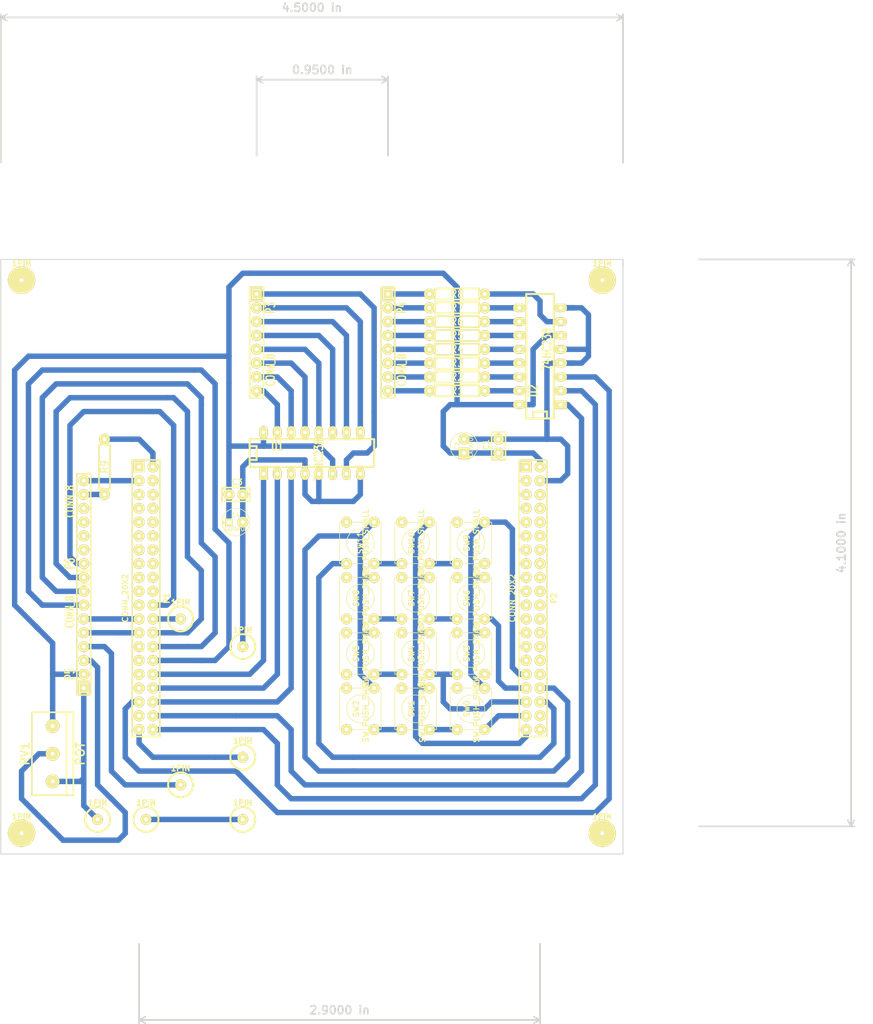
<source format=kicad_pcb>
(kicad_pcb (version 3) (host pcbnew "(2013-07-07 BZR 4022)-stable")

  (general
    (links 117)
    (no_connects 31)
    (area 64.694999 61.920001 229.122856 251.62)
    (thickness 1.6)
    (drawings 11)
    (tracks 336)
    (zones 0)
    (modules 45)
    (nets 51)
  )

  (page A3)
  (layers
    (15 F.Cu signal)
    (0 B.Cu signal)
    (16 B.Adhes user)
    (17 F.Adhes user)
    (18 B.Paste user)
    (19 F.Paste user)
    (20 B.SilkS user)
    (21 F.SilkS user)
    (22 B.Mask user)
    (23 F.Mask user)
    (24 Dwgs.User user)
    (25 Cmts.User user)
    (26 Eco1.User user)
    (27 Eco2.User user)
    (28 Edge.Cuts user)
  )

  (setup
    (last_trace_width 1)
    (trace_clearance 0.254)
    (zone_clearance 0.508)
    (zone_45_only no)
    (trace_min 0.254)
    (segment_width 0.2)
    (edge_width 0.15)
    (via_size 0.889)
    (via_drill 0.635)
    (via_min_size 0.889)
    (via_min_drill 0.508)
    (uvia_size 0.508)
    (uvia_drill 0.127)
    (uvias_allowed no)
    (uvia_min_size 0.508)
    (uvia_min_drill 0.127)
    (pcb_text_width 0.3)
    (pcb_text_size 1.5 1.5)
    (mod_edge_width 0.15)
    (mod_text_size 1.5 1.5)
    (mod_text_width 0.15)
    (pad_size 2 2)
    (pad_drill 0.7)
    (pad_to_mask_clearance 0.2)
    (aux_axis_origin 0 0)
    (visible_elements 7FFFFFFF)
    (pcbplotparams
      (layerselection 3178497)
      (usegerberextensions true)
      (excludeedgelayer true)
      (linewidth 0.100000)
      (plotframeref false)
      (viasonmask false)
      (mode 1)
      (useauxorigin false)
      (hpglpennumber 1)
      (hpglpenspeed 20)
      (hpglpendiameter 15)
      (hpglpenoverlay 2)
      (psnegative false)
      (psa4output false)
      (plotreference true)
      (plotvalue true)
      (plotothertext true)
      (plotinvisibletext false)
      (padsonsilk false)
      (subtractmaskfromsilk false)
      (outputformat 1)
      (mirror false)
      (drillshape 1)
      (scaleselection 1)
      (outputdirectory ""))
  )

  (net 0 "")
  (net 1 GND)
  (net 2 N-000001)
  (net 3 N-0000010)
  (net 4 N-0000011)
  (net 5 N-0000012)
  (net 6 N-0000013)
  (net 7 N-0000014)
  (net 8 N-00000143)
  (net 9 N-00000144)
  (net 10 N-00000145)
  (net 11 N-00000146)
  (net 12 N-00000147)
  (net 13 N-00000148)
  (net 14 N-0000015)
  (net 15 N-00000152)
  (net 16 N-0000016)
  (net 17 N-0000017)
  (net 18 N-0000018)
  (net 19 N-0000019)
  (net 20 N-000002)
  (net 21 N-0000020)
  (net 22 N-0000021)
  (net 23 N-0000022)
  (net 24 N-000003)
  (net 25 N-0000035)
  (net 26 N-0000036)
  (net 27 N-0000037)
  (net 28 N-0000038)
  (net 29 N-0000039)
  (net 30 N-000004)
  (net 31 N-0000040)
  (net 32 N-0000041)
  (net 33 N-0000042)
  (net 34 N-0000043)
  (net 35 N-0000044)
  (net 36 N-0000045)
  (net 37 N-0000046)
  (net 38 N-0000047)
  (net 39 N-0000048)
  (net 40 N-0000049)
  (net 41 N-000005)
  (net 42 N-0000050)
  (net 43 N-0000051)
  (net 44 N-0000052)
  (net 45 N-000006)
  (net 46 N-000007)
  (net 47 N-0000078)
  (net 48 N-000008)
  (net 49 N-000009)
  (net 50 VCC)

  (net_class Default "This is the default net class."
    (clearance 0.254)
    (trace_width 1)
    (via_dia 0.889)
    (via_drill 0.635)
    (uvia_dia 0.508)
    (uvia_drill 0.127)
    (add_net "")
    (add_net GND)
    (add_net N-000001)
    (add_net N-0000010)
    (add_net N-0000011)
    (add_net N-0000012)
    (add_net N-0000013)
    (add_net N-0000014)
    (add_net N-00000143)
    (add_net N-00000144)
    (add_net N-00000145)
    (add_net N-00000146)
    (add_net N-00000147)
    (add_net N-00000148)
    (add_net N-0000015)
    (add_net N-00000152)
    (add_net N-0000016)
    (add_net N-0000017)
    (add_net N-0000018)
    (add_net N-0000019)
    (add_net N-000002)
    (add_net N-0000020)
    (add_net N-0000021)
    (add_net N-0000022)
    (add_net N-000003)
    (add_net N-0000035)
    (add_net N-0000036)
    (add_net N-0000037)
    (add_net N-0000038)
    (add_net N-0000039)
    (add_net N-000004)
    (add_net N-0000040)
    (add_net N-0000041)
    (add_net N-0000042)
    (add_net N-0000043)
    (add_net N-0000044)
    (add_net N-0000045)
    (add_net N-0000046)
    (add_net N-0000047)
    (add_net N-0000048)
    (add_net N-0000049)
    (add_net N-000005)
    (add_net N-0000050)
    (add_net N-0000051)
    (add_net N-0000052)
    (add_net N-000006)
    (add_net N-000007)
    (add_net N-0000078)
    (add_net N-000008)
    (add_net N-000009)
    (add_net VCC)
  )

  (module SIL-8 (layer F.Cu) (tedit 564A1E8F) (tstamp 564A1C9E)
    (at 80.01 158.75 90)
    (descr "Connecteur 8 pins")
    (tags "CONN DEV")
    (path /5616FC44)
    (fp_text reference P6 (at -6.35 -2.54 90) (layer F.SilkS)
      (effects (font (size 1.72974 1.08712) (thickness 0.3048)))
    )
    (fp_text value CONN_8 (at 5.08 -2.54 90) (layer F.SilkS)
      (effects (font (size 1.524 1.016) (thickness 0.3048)))
    )
    (fp_line (start -10.16 -1.27) (end 10.16 -1.27) (layer F.SilkS) (width 0.3048))
    (fp_line (start 10.16 -1.27) (end 10.16 1.27) (layer F.SilkS) (width 0.3048))
    (fp_line (start 10.16 1.27) (end -10.16 1.27) (layer F.SilkS) (width 0.3048))
    (fp_line (start -10.16 1.27) (end -10.16 -1.27) (layer F.SilkS) (width 0.3048))
    (fp_line (start -7.62 1.27) (end -7.62 -1.27) (layer F.SilkS) (width 0.3048))
    (pad 1 thru_hole circle (at -8.89 0 90) (size 2 2) (drill 0.7)
      (layers *.Cu *.Mask F.SilkS)
      (net 16 N-0000016)
    )
    (pad 2 thru_hole circle (at -6.35 0 90) (size 2 2) (drill 0.7)
      (layers *.Cu *.Mask F.SilkS)
      (net 14 N-0000015)
    )
    (pad 3 thru_hole circle (at -3.81 0 90) (size 2 2) (drill 0.7)
      (layers *.Cu *.Mask F.SilkS)
    )
    (pad 4 thru_hole circle (at -1.27 0 90) (size 2 2) (drill 0.7)
      (layers *.Cu *.Mask F.SilkS)
    )
    (pad 5 thru_hole circle (at 1.27 0 90) (size 2 2) (drill 0.7)
      (layers *.Cu *.Mask F.SilkS)
    )
    (pad 6 thru_hole circle (at 3.81 0 90) (size 2 2) (drill 0.7)
      (layers *.Cu *.Mask F.SilkS)
    )
    (pad 7 thru_hole circle (at 6.35 0 90) (size 2 2) (drill 0.7)
      (layers *.Cu *.Mask F.SilkS)
      (net 2 N-000001)
    )
    (pad 8 thru_hole circle (at 8.89 0 90) (size 2 2) (drill 0.7)
      (layers *.Cu *.Mask F.SilkS)
      (net 23 N-0000022)
    )
  )

  (module SIL-8 (layer F.Cu) (tedit 564A1E93) (tstamp 5636F9F7)
    (at 80.01 179.07 90)
    (descr "Connecteur 8 pins")
    (tags "CONN DEV")
    (path /5616FC37)
    (fp_text reference P5 (at -6.35 -2.54 90) (layer F.SilkS)
      (effects (font (size 1.72974 1.08712) (thickness 0.3048)))
    )
    (fp_text value CONN_8 (at 5.08 -2.54 90) (layer F.SilkS)
      (effects (font (size 1.524 1.016) (thickness 0.3048)))
    )
    (fp_line (start -10.16 -1.27) (end 10.16 -1.27) (layer F.SilkS) (width 0.3048))
    (fp_line (start 10.16 -1.27) (end 10.16 1.27) (layer F.SilkS) (width 0.3048))
    (fp_line (start 10.16 1.27) (end -10.16 1.27) (layer F.SilkS) (width 0.3048))
    (fp_line (start -10.16 1.27) (end -10.16 -1.27) (layer F.SilkS) (width 0.3048))
    (fp_line (start -7.62 1.27) (end -7.62 -1.27) (layer F.SilkS) (width 0.3048))
    (pad 1 thru_hole rect (at -8.89 0 90) (size 2 2) (drill 0.7)
      (layers *.Cu *.Mask F.SilkS)
      (net 47 N-0000078)
    )
    (pad 2 thru_hole circle (at -6.35 0 90) (size 2 2) (drill 0.7)
      (layers *.Cu *.Mask F.SilkS)
      (net 50 VCC)
    )
    (pad 3 thru_hole circle (at -3.81 0 90) (size 2 2) (drill 0.7)
      (layers *.Cu *.Mask F.SilkS)
      (net 18 N-0000018)
    )
    (pad 4 thru_hole circle (at -1.27 0 90) (size 2 2) (drill 0.7)
      (layers *.Cu *.Mask F.SilkS)
      (net 7 N-0000014)
    )
    (pad 5 thru_hole circle (at 1.27 0 90) (size 2 2) (drill 0.7)
      (layers *.Cu *.Mask F.SilkS)
      (net 47 N-0000078)
    )
    (pad 6 thru_hole circle (at 3.81 0 90) (size 2 2) (drill 0.7)
      (layers *.Cu *.Mask F.SilkS)
      (net 45 N-000006)
    )
    (pad 7 thru_hole circle (at 6.35 0 90) (size 2 2) (drill 0.7)
      (layers *.Cu *.Mask F.SilkS)
      (net 17 N-0000017)
    )
    (pad 8 thru_hole circle (at 8.89 0 90) (size 2 2) (drill 0.7)
      (layers *.Cu *.Mask F.SilkS)
      (net 48 N-000008)
    )
  )

  (module SIL-8 (layer F.Cu) (tedit 564A1ACE) (tstamp 5636FAE3)
    (at 111.76 124.46 270)
    (descr "Connecteur 8 pins")
    (tags "CONN DEV")
    (path /5616EC4A)
    (fp_text reference P3 (at -6.35 -2.54 270) (layer F.SilkS)
      (effects (font (size 1.72974 1.08712) (thickness 0.3048)))
    )
    (fp_text value CONN_8 (at 5.08 -2.54 270) (layer F.SilkS)
      (effects (font (size 1.524 1.016) (thickness 0.3048)))
    )
    (fp_line (start -10.16 -1.27) (end 10.16 -1.27) (layer F.SilkS) (width 0.3048))
    (fp_line (start 10.16 -1.27) (end 10.16 1.27) (layer F.SilkS) (width 0.3048))
    (fp_line (start 10.16 1.27) (end -10.16 1.27) (layer F.SilkS) (width 0.3048))
    (fp_line (start -10.16 1.27) (end -10.16 -1.27) (layer F.SilkS) (width 0.3048))
    (fp_line (start -7.62 1.27) (end -7.62 -1.27) (layer F.SilkS) (width 0.3048))
    (pad 1 thru_hole rect (at -8.89 0 270) (size 2 2) (drill 0.7)
      (layers *.Cu *.Mask F.SilkS)
      (net 46 N-000007)
    )
    (pad 2 thru_hole circle (at -6.35 0 270) (size 2 2) (drill 0.7)
      (layers *.Cu *.Mask F.SilkS)
      (net 21 N-0000020)
    )
    (pad 3 thru_hole circle (at -3.81 0 270) (size 2 2) (drill 0.7)
      (layers *.Cu *.Mask F.SilkS)
      (net 41 N-000005)
    )
    (pad 4 thru_hole circle (at -1.27 0 270) (size 2 2) (drill 0.7)
      (layers *.Cu *.Mask F.SilkS)
      (net 30 N-000004)
    )
    (pad 5 thru_hole circle (at 1.27 0 270) (size 2 2) (drill 0.7)
      (layers *.Cu *.Mask F.SilkS)
      (net 24 N-000003)
    )
    (pad 6 thru_hole circle (at 3.81 0 270) (size 2 2) (drill 0.7)
      (layers *.Cu *.Mask F.SilkS)
      (net 20 N-000002)
    )
    (pad 7 thru_hole circle (at 6.35 0 270) (size 2 2) (drill 0.7)
      (layers *.Cu *.Mask F.SilkS)
      (net 43 N-0000051)
    )
    (pad 8 thru_hole circle (at 8.89 0 270) (size 2 2) (drill 0.7)
      (layers *.Cu *.Mask F.SilkS)
      (net 44 N-0000052)
    )
  )

  (module SIL-8 (layer F.Cu) (tedit 564A1AC6) (tstamp 563225F2)
    (at 135.89 124.46 270)
    (descr "Connecteur 8 pins")
    (tags "CONN DEV")
    (path /5616EC3B)
    (fp_text reference P4 (at -6.35 -2.54 270) (layer F.SilkS)
      (effects (font (size 1.72974 1.08712) (thickness 0.3048)))
    )
    (fp_text value CONN_8 (at 5.08 -2.54 270) (layer F.SilkS)
      (effects (font (size 1.524 1.016) (thickness 0.3048)))
    )
    (fp_line (start -10.16 -1.27) (end 10.16 -1.27) (layer F.SilkS) (width 0.3048))
    (fp_line (start 10.16 -1.27) (end 10.16 1.27) (layer F.SilkS) (width 0.3048))
    (fp_line (start 10.16 1.27) (end -10.16 1.27) (layer F.SilkS) (width 0.3048))
    (fp_line (start -10.16 1.27) (end -10.16 -1.27) (layer F.SilkS) (width 0.3048))
    (fp_line (start -7.62 1.27) (end -7.62 -1.27) (layer F.SilkS) (width 0.3048))
    (pad 1 thru_hole rect (at -8.89 0 270) (size 2 2) (drill 0.7)
      (layers *.Cu *.Mask F.SilkS)
      (net 34 N-0000043)
    )
    (pad 2 thru_hole circle (at -6.35 0 270) (size 2 2) (drill 0.7)
      (layers *.Cu *.Mask F.SilkS)
      (net 33 N-0000042)
    )
    (pad 3 thru_hole circle (at -3.81 0 270) (size 2 2) (drill 0.7)
      (layers *.Cu *.Mask F.SilkS)
      (net 32 N-0000041)
    )
    (pad 4 thru_hole circle (at -1.27 0 270) (size 2 2) (drill 0.7)
      (layers *.Cu *.Mask F.SilkS)
      (net 31 N-0000040)
    )
    (pad 5 thru_hole circle (at 1.27 0 270) (size 2 2) (drill 0.7)
      (layers *.Cu *.Mask F.SilkS)
      (net 29 N-0000039)
    )
    (pad 6 thru_hole circle (at 3.81 0 270) (size 2 2) (drill 0.7)
      (layers *.Cu *.Mask F.SilkS)
      (net 28 N-0000038)
    )
    (pad 7 thru_hole circle (at 6.35 0 270) (size 2 2) (drill 0.7)
      (layers *.Cu *.Mask F.SilkS)
      (net 19 N-0000019)
    )
    (pad 8 thru_hole circle (at 8.89 0 270) (size 2 2) (drill 0.7)
      (layers *.Cu *.Mask F.SilkS)
      (net 27 N-0000037)
    )
  )

  (module R4 (layer F.Cu) (tedit 564A1F3A) (tstamp 56322600)
    (at 148.59 130.81)
    (descr "Resitance 4 pas")
    (tags R)
    (path /56300247)
    (autoplace_cost180 10)
    (fp_text reference R2 (at 0 0) (layer F.SilkS)
      (effects (font (size 1.397 1.27) (thickness 0.2032)))
    )
    (fp_text value R (at 0 0) (layer F.SilkS) hide
      (effects (font (size 1.397 1.27) (thickness 0.2032)))
    )
    (fp_line (start -5.08 0) (end -4.064 0) (layer F.SilkS) (width 0.3048))
    (fp_line (start -4.064 0) (end -4.064 -1.016) (layer F.SilkS) (width 0.3048))
    (fp_line (start -4.064 -1.016) (end 4.064 -1.016) (layer F.SilkS) (width 0.3048))
    (fp_line (start 4.064 -1.016) (end 4.064 1.016) (layer F.SilkS) (width 0.3048))
    (fp_line (start 4.064 1.016) (end -4.064 1.016) (layer F.SilkS) (width 0.3048))
    (fp_line (start -4.064 1.016) (end -4.064 0) (layer F.SilkS) (width 0.3048))
    (fp_line (start -4.064 -0.508) (end -3.556 -1.016) (layer F.SilkS) (width 0.3048))
    (fp_line (start 5.08 0) (end 4.064 0) (layer F.SilkS) (width 0.3048))
    (pad 1 thru_hole circle (at -5.08 0) (size 2 2) (drill 0.7)
      (layers *.Cu *.Mask F.SilkS)
      (net 19 N-0000019)
    )
    (pad 2 thru_hole circle (at 5.08 0) (size 2 2) (drill 0.7)
      (layers *.Cu *.Mask F.SilkS)
      (net 40 N-0000049)
    )
    (model discret/resistor.wrl
      (at (xyz 0 0 0))
      (scale (xyz 0.4 0.4 0.4))
      (rotate (xyz 0 0 0))
    )
  )

  (module R4 (layer F.Cu) (tedit 200000) (tstamp 5632260E)
    (at 148.59 123.19)
    (descr "Resitance 4 pas")
    (tags R)
    (path /56300278)
    (autoplace_cost180 10)
    (fp_text reference R5 (at 0 0) (layer F.SilkS)
      (effects (font (size 1.397 1.27) (thickness 0.2032)))
    )
    (fp_text value R (at 0 0) (layer F.SilkS) hide
      (effects (font (size 1.397 1.27) (thickness 0.2032)))
    )
    (fp_line (start -5.08 0) (end -4.064 0) (layer F.SilkS) (width 0.3048))
    (fp_line (start -4.064 0) (end -4.064 -1.016) (layer F.SilkS) (width 0.3048))
    (fp_line (start -4.064 -1.016) (end 4.064 -1.016) (layer F.SilkS) (width 0.3048))
    (fp_line (start 4.064 -1.016) (end 4.064 1.016) (layer F.SilkS) (width 0.3048))
    (fp_line (start 4.064 1.016) (end -4.064 1.016) (layer F.SilkS) (width 0.3048))
    (fp_line (start -4.064 1.016) (end -4.064 0) (layer F.SilkS) (width 0.3048))
    (fp_line (start -4.064 -0.508) (end -3.556 -1.016) (layer F.SilkS) (width 0.3048))
    (fp_line (start 5.08 0) (end 4.064 0) (layer F.SilkS) (width 0.3048))
    (pad 1 thru_hole circle (at -5.08 0) (size 2 2) (drill 0.7)
      (layers *.Cu *.Mask F.SilkS)
      (net 31 N-0000040)
    )
    (pad 2 thru_hole circle (at 5.08 0) (size 2 2) (drill 0.7)
      (layers *.Cu *.Mask F.SilkS)
      (net 37 N-0000046)
    )
    (model discret/resistor.wrl
      (at (xyz 0 0 0))
      (scale (xyz 0.4 0.4 0.4))
      (rotate (xyz 0 0 0))
    )
  )

  (module R4 (layer F.Cu) (tedit 564A1F52) (tstamp 5632261C)
    (at 148.59 128.27)
    (descr "Resitance 4 pas")
    (tags R)
    (path /56300256)
    (autoplace_cost180 10)
    (fp_text reference R3 (at 0 0) (layer F.SilkS)
      (effects (font (size 1.397 1.27) (thickness 0.2032)))
    )
    (fp_text value R (at 0 0) (layer F.SilkS) hide
      (effects (font (size 1.397 1.27) (thickness 0.2032)))
    )
    (fp_line (start -5.08 0) (end -4.064 0) (layer F.SilkS) (width 0.3048))
    (fp_line (start -4.064 0) (end -4.064 -1.016) (layer F.SilkS) (width 0.3048))
    (fp_line (start -4.064 -1.016) (end 4.064 -1.016) (layer F.SilkS) (width 0.3048))
    (fp_line (start 4.064 -1.016) (end 4.064 1.016) (layer F.SilkS) (width 0.3048))
    (fp_line (start 4.064 1.016) (end -4.064 1.016) (layer F.SilkS) (width 0.3048))
    (fp_line (start -4.064 1.016) (end -4.064 0) (layer F.SilkS) (width 0.3048))
    (fp_line (start -4.064 -0.508) (end -3.556 -1.016) (layer F.SilkS) (width 0.3048))
    (fp_line (start 5.08 0) (end 4.064 0) (layer F.SilkS) (width 0.3048))
    (pad 1 thru_hole circle (at -5.08 0) (size 2 2) (drill 0.7)
      (layers *.Cu *.Mask F.SilkS)
      (net 28 N-0000038)
    )
    (pad 2 thru_hole circle (at 5.08 0) (size 2 2) (drill 0.7)
      (layers *.Cu *.Mask F.SilkS)
      (net 39 N-0000048)
    )
    (model discret/resistor.wrl
      (at (xyz 0 0 0))
      (scale (xyz 0.4 0.4 0.4))
      (rotate (xyz 0 0 0))
    )
  )

  (module R4 (layer F.Cu) (tedit 200000) (tstamp 5632262A)
    (at 148.59 125.73)
    (descr "Resitance 4 pas")
    (tags R)
    (path /56300272)
    (autoplace_cost180 10)
    (fp_text reference R4 (at 0 0) (layer F.SilkS)
      (effects (font (size 1.397 1.27) (thickness 0.2032)))
    )
    (fp_text value R (at 0 0) (layer F.SilkS) hide
      (effects (font (size 1.397 1.27) (thickness 0.2032)))
    )
    (fp_line (start -5.08 0) (end -4.064 0) (layer F.SilkS) (width 0.3048))
    (fp_line (start -4.064 0) (end -4.064 -1.016) (layer F.SilkS) (width 0.3048))
    (fp_line (start -4.064 -1.016) (end 4.064 -1.016) (layer F.SilkS) (width 0.3048))
    (fp_line (start 4.064 -1.016) (end 4.064 1.016) (layer F.SilkS) (width 0.3048))
    (fp_line (start 4.064 1.016) (end -4.064 1.016) (layer F.SilkS) (width 0.3048))
    (fp_line (start -4.064 1.016) (end -4.064 0) (layer F.SilkS) (width 0.3048))
    (fp_line (start -4.064 -0.508) (end -3.556 -1.016) (layer F.SilkS) (width 0.3048))
    (fp_line (start 5.08 0) (end 4.064 0) (layer F.SilkS) (width 0.3048))
    (pad 1 thru_hole circle (at -5.08 0) (size 2 2) (drill 0.7)
      (layers *.Cu *.Mask F.SilkS)
      (net 29 N-0000039)
    )
    (pad 2 thru_hole circle (at 5.08 0) (size 2 2) (drill 0.7)
      (layers *.Cu *.Mask F.SilkS)
      (net 38 N-0000047)
    )
    (model discret/resistor.wrl
      (at (xyz 0 0 0))
      (scale (xyz 0.4 0.4 0.4))
      (rotate (xyz 0 0 0))
    )
  )

  (module R4 (layer F.Cu) (tedit 200000) (tstamp 56322638)
    (at 148.59 120.65)
    (descr "Resitance 4 pas")
    (tags R)
    (path /5630027E)
    (autoplace_cost180 10)
    (fp_text reference R6 (at 0 0) (layer F.SilkS)
      (effects (font (size 1.397 1.27) (thickness 0.2032)))
    )
    (fp_text value R (at 0 0) (layer F.SilkS) hide
      (effects (font (size 1.397 1.27) (thickness 0.2032)))
    )
    (fp_line (start -5.08 0) (end -4.064 0) (layer F.SilkS) (width 0.3048))
    (fp_line (start -4.064 0) (end -4.064 -1.016) (layer F.SilkS) (width 0.3048))
    (fp_line (start -4.064 -1.016) (end 4.064 -1.016) (layer F.SilkS) (width 0.3048))
    (fp_line (start 4.064 -1.016) (end 4.064 1.016) (layer F.SilkS) (width 0.3048))
    (fp_line (start 4.064 1.016) (end -4.064 1.016) (layer F.SilkS) (width 0.3048))
    (fp_line (start -4.064 1.016) (end -4.064 0) (layer F.SilkS) (width 0.3048))
    (fp_line (start -4.064 -0.508) (end -3.556 -1.016) (layer F.SilkS) (width 0.3048))
    (fp_line (start 5.08 0) (end 4.064 0) (layer F.SilkS) (width 0.3048))
    (pad 1 thru_hole circle (at -5.08 0) (size 2 2) (drill 0.7)
      (layers *.Cu *.Mask F.SilkS)
      (net 32 N-0000041)
    )
    (pad 2 thru_hole circle (at 5.08 0) (size 2 2) (drill 0.7)
      (layers *.Cu *.Mask F.SilkS)
      (net 36 N-0000045)
    )
    (model discret/resistor.wrl
      (at (xyz 0 0 0))
      (scale (xyz 0.4 0.4 0.4))
      (rotate (xyz 0 0 0))
    )
  )

  (module R4 (layer F.Cu) (tedit 564A1F36) (tstamp 56322646)
    (at 148.59 133.35)
    (descr "Resitance 4 pas")
    (tags R)
    (path /56300238)
    (autoplace_cost180 10)
    (fp_text reference R1 (at 0 0) (layer F.SilkS)
      (effects (font (size 1.397 1.27) (thickness 0.2032)))
    )
    (fp_text value R (at 0 0) (layer F.SilkS) hide
      (effects (font (size 1.397 1.27) (thickness 0.2032)))
    )
    (fp_line (start -5.08 0) (end -4.064 0) (layer F.SilkS) (width 0.3048))
    (fp_line (start -4.064 0) (end -4.064 -1.016) (layer F.SilkS) (width 0.3048))
    (fp_line (start -4.064 -1.016) (end 4.064 -1.016) (layer F.SilkS) (width 0.3048))
    (fp_line (start 4.064 -1.016) (end 4.064 1.016) (layer F.SilkS) (width 0.3048))
    (fp_line (start 4.064 1.016) (end -4.064 1.016) (layer F.SilkS) (width 0.3048))
    (fp_line (start -4.064 1.016) (end -4.064 0) (layer F.SilkS) (width 0.3048))
    (fp_line (start -4.064 -0.508) (end -3.556 -1.016) (layer F.SilkS) (width 0.3048))
    (fp_line (start 5.08 0) (end 4.064 0) (layer F.SilkS) (width 0.3048))
    (pad 1 thru_hole circle (at -5.08 0) (size 2 2) (drill 0.7)
      (layers *.Cu *.Mask F.SilkS)
      (net 27 N-0000037)
    )
    (pad 2 thru_hole circle (at 5.08 0) (size 2 2) (drill 0.7)
      (layers *.Cu *.Mask F.SilkS)
      (net 42 N-0000050)
    )
    (model discret/resistor.wrl
      (at (xyz 0 0 0))
      (scale (xyz 0.4 0.4 0.4))
      (rotate (xyz 0 0 0))
    )
  )

  (module R4 (layer F.Cu) (tedit 564A1E9F) (tstamp 56322654)
    (at 83.82 147.32 90)
    (descr "Resitance 4 pas")
    (tags R)
    (path /562FFFD4)
    (autoplace_cost180 10)
    (fp_text reference R9 (at 0 0 90) (layer F.SilkS)
      (effects (font (size 1.397 1.27) (thickness 0.2032)))
    )
    (fp_text value R (at 0 0 90) (layer F.SilkS) hide
      (effects (font (size 1.397 1.27) (thickness 0.2032)))
    )
    (fp_line (start -5.08 0) (end -4.064 0) (layer F.SilkS) (width 0.3048))
    (fp_line (start -4.064 0) (end -4.064 -1.016) (layer F.SilkS) (width 0.3048))
    (fp_line (start -4.064 -1.016) (end 4.064 -1.016) (layer F.SilkS) (width 0.3048))
    (fp_line (start 4.064 -1.016) (end 4.064 1.016) (layer F.SilkS) (width 0.3048))
    (fp_line (start 4.064 1.016) (end -4.064 1.016) (layer F.SilkS) (width 0.3048))
    (fp_line (start -4.064 1.016) (end -4.064 0) (layer F.SilkS) (width 0.3048))
    (fp_line (start -4.064 -0.508) (end -3.556 -1.016) (layer F.SilkS) (width 0.3048))
    (fp_line (start 5.08 0) (end 4.064 0) (layer F.SilkS) (width 0.3048))
    (pad 1 thru_hole circle (at -5.08 0 90) (size 2 2) (drill 0.7)
      (layers *.Cu *.Mask F.SilkS)
      (net 2 N-000001)
    )
    (pad 2 thru_hole circle (at 5.08 0 90) (size 2 2) (drill 0.7)
      (layers *.Cu *.Mask F.SilkS)
      (net 25 N-0000035)
    )
    (model discret/resistor.wrl
      (at (xyz 0 0 0))
      (scale (xyz 0.4 0.4 0.4))
      (rotate (xyz 0 0 0))
    )
  )

  (module R4 (layer F.Cu) (tedit 200000) (tstamp 56322662)
    (at 148.59 115.57)
    (descr "Resitance 4 pas")
    (tags R)
    (path /56300284)
    (autoplace_cost180 10)
    (fp_text reference R8 (at 0 0) (layer F.SilkS)
      (effects (font (size 1.397 1.27) (thickness 0.2032)))
    )
    (fp_text value R (at 0 0) (layer F.SilkS) hide
      (effects (font (size 1.397 1.27) (thickness 0.2032)))
    )
    (fp_line (start -5.08 0) (end -4.064 0) (layer F.SilkS) (width 0.3048))
    (fp_line (start -4.064 0) (end -4.064 -1.016) (layer F.SilkS) (width 0.3048))
    (fp_line (start -4.064 -1.016) (end 4.064 -1.016) (layer F.SilkS) (width 0.3048))
    (fp_line (start 4.064 -1.016) (end 4.064 1.016) (layer F.SilkS) (width 0.3048))
    (fp_line (start 4.064 1.016) (end -4.064 1.016) (layer F.SilkS) (width 0.3048))
    (fp_line (start -4.064 1.016) (end -4.064 0) (layer F.SilkS) (width 0.3048))
    (fp_line (start -4.064 -0.508) (end -3.556 -1.016) (layer F.SilkS) (width 0.3048))
    (fp_line (start 5.08 0) (end 4.064 0) (layer F.SilkS) (width 0.3048))
    (pad 1 thru_hole circle (at -5.08 0) (size 2 2) (drill 0.7)
      (layers *.Cu *.Mask F.SilkS)
      (net 34 N-0000043)
    )
    (pad 2 thru_hole circle (at 5.08 0) (size 2 2) (drill 0.7)
      (layers *.Cu *.Mask F.SilkS)
      (net 35 N-0000044)
    )
    (model discret/resistor.wrl
      (at (xyz 0 0 0))
      (scale (xyz 0.4 0.4 0.4))
      (rotate (xyz 0 0 0))
    )
  )

  (module R4 (layer F.Cu) (tedit 200000) (tstamp 56322670)
    (at 148.59 118.11)
    (descr "Resitance 4 pas")
    (tags R)
    (path /5630028A)
    (autoplace_cost180 10)
    (fp_text reference R7 (at 0 0) (layer F.SilkS)
      (effects (font (size 1.397 1.27) (thickness 0.2032)))
    )
    (fp_text value R (at 0 0) (layer F.SilkS) hide
      (effects (font (size 1.397 1.27) (thickness 0.2032)))
    )
    (fp_line (start -5.08 0) (end -4.064 0) (layer F.SilkS) (width 0.3048))
    (fp_line (start -4.064 0) (end -4.064 -1.016) (layer F.SilkS) (width 0.3048))
    (fp_line (start -4.064 -1.016) (end 4.064 -1.016) (layer F.SilkS) (width 0.3048))
    (fp_line (start 4.064 -1.016) (end 4.064 1.016) (layer F.SilkS) (width 0.3048))
    (fp_line (start 4.064 1.016) (end -4.064 1.016) (layer F.SilkS) (width 0.3048))
    (fp_line (start -4.064 1.016) (end -4.064 0) (layer F.SilkS) (width 0.3048))
    (fp_line (start -4.064 -0.508) (end -3.556 -1.016) (layer F.SilkS) (width 0.3048))
    (fp_line (start 5.08 0) (end 4.064 0) (layer F.SilkS) (width 0.3048))
    (pad 1 thru_hole circle (at -5.08 0) (size 2 2) (drill 0.7)
      (layers *.Cu *.Mask F.SilkS)
      (net 33 N-0000042)
    )
    (pad 2 thru_hole circle (at 5.08 0) (size 2 2) (drill 0.7)
      (layers *.Cu *.Mask F.SilkS)
      (net 26 N-0000036)
    )
    (model discret/resistor.wrl
      (at (xyz 0 0 0))
      (scale (xyz 0.4 0.4 0.4))
      (rotate (xyz 0 0 0))
    )
  )

  (module PIN_ARRAY_20X2 (layer F.Cu) (tedit 564A2035) (tstamp 564A1FFA)
    (at 91.44 171.45 270)
    (descr "Double rangee de contacts 2 x 12 pins")
    (tags CONN)
    (path /5616EC0C)
    (fp_text reference P1 (at 0 -3.81 270) (layer F.SilkS)
      (effects (font (size 1.016 1.016) (thickness 0.27432)))
    )
    (fp_text value CONN_20X2 (at 0 3.81 270) (layer F.SilkS)
      (effects (font (size 1.016 1.016) (thickness 0.2032)))
    )
    (fp_line (start 25.4 2.54) (end -25.4 2.54) (layer F.SilkS) (width 0.3048))
    (fp_line (start 25.4 -2.54) (end -25.4 -2.54) (layer F.SilkS) (width 0.3048))
    (fp_line (start 25.4 -2.54) (end 25.4 2.54) (layer F.SilkS) (width 0.3048))
    (fp_line (start -25.4 -2.54) (end -25.4 2.54) (layer F.SilkS) (width 0.3048))
    (pad 1 thru_hole rect (at -24.13 1.27 270) (size 2 2) (drill 0.7)
      (layers *.Cu *.Mask F.SilkS)
    )
    (pad 2 thru_hole circle (at -24.13 -1.27 270) (size 2 2) (drill 0.7)
      (layers *.Cu *.Mask F.SilkS)
      (net 25 N-0000035)
    )
    (pad 11 thru_hole circle (at -11.43 1.27 270) (size 2 2) (drill 0.7)
      (layers *.Cu *.Mask F.SilkS)
    )
    (pad 4 thru_hole circle (at -21.59 -1.27 270) (size 2 2) (drill 0.7)
      (layers *.Cu *.Mask F.SilkS)
    )
    (pad 13 thru_hole circle (at -8.89 1.27 270) (size 2 2) (drill 0.7)
      (layers *.Cu *.Mask F.SilkS)
    )
    (pad 6 thru_hole circle (at -19.05 -1.27 270) (size 2 2) (drill 0.7)
      (layers *.Cu *.Mask F.SilkS)
    )
    (pad 15 thru_hole circle (at -6.35 1.27 270) (size 2 2) (drill 0.7)
      (layers *.Cu *.Mask F.SilkS)
    )
    (pad 8 thru_hole circle (at -16.51 -1.27 270) (size 2 2) (drill 0.7)
      (layers *.Cu *.Mask F.SilkS)
    )
    (pad 17 thru_hole circle (at -3.81 1.27 270) (size 2 2) (drill 0.7)
      (layers *.Cu *.Mask F.SilkS)
    )
    (pad 10 thru_hole circle (at -13.97 -1.27 270) (size 2 2) (drill 0.7)
      (layers *.Cu *.Mask F.SilkS)
    )
    (pad 19 thru_hole circle (at -1.27 1.27 270) (size 2 2) (drill 0.7)
      (layers *.Cu *.Mask F.SilkS)
    )
    (pad 12 thru_hole circle (at -11.43 -1.27 270) (size 2 2) (drill 0.7)
      (layers *.Cu *.Mask F.SilkS)
    )
    (pad 21 thru_hole circle (at 1.27 1.27 270) (size 2 2) (drill 0.7)
      (layers *.Cu *.Mask F.SilkS)
    )
    (pad 14 thru_hole circle (at -8.89 -1.27 270) (size 2 2) (drill 0.7)
      (layers *.Cu *.Mask F.SilkS)
    )
    (pad 23 thru_hole circle (at 3.81 1.27 270) (size 2 2) (drill 0.7)
      (layers *.Cu *.Mask F.SilkS)
      (net 45 N-000006)
    )
    (pad 16 thru_hole circle (at -6.35 -1.27 270) (size 2 2) (drill 0.7)
      (layers *.Cu *.Mask F.SilkS)
    )
    (pad 25 thru_hole circle (at 6.35 1.27 270) (size 2 2) (drill 0.7)
      (layers *.Cu *.Mask F.SilkS)
      (net 47 N-0000078)
    )
    (pad 18 thru_hole circle (at -3.81 -1.27 270) (size 2 2) (drill 0.7)
      (layers *.Cu *.Mask F.SilkS)
    )
    (pad 27 thru_hole circle (at 8.89 1.27 270) (size 2 2) (drill 0.7)
      (layers *.Cu *.Mask F.SilkS)
    )
    (pad 20 thru_hole circle (at -1.27 -1.27 270) (size 2 2) (drill 0.7)
      (layers *.Cu *.Mask F.SilkS)
    )
    (pad 29 thru_hole circle (at 11.43 1.27 270) (size 2 2) (drill 0.7)
      (layers *.Cu *.Mask F.SilkS)
    )
    (pad 22 thru_hole circle (at 1.27 -1.27 270) (size 2 2) (drill 0.7)
      (layers *.Cu *.Mask F.SilkS)
      (net 14 N-0000015)
    )
    (pad 31 thru_hole circle (at 13.97 1.27 270) (size 2 2) (drill 0.7)
      (layers *.Cu *.Mask F.SilkS)
    )
    (pad 24 thru_hole circle (at 3.81 -1.27 270) (size 2 2) (drill 0.7)
      (layers *.Cu *.Mask F.SilkS)
      (net 7 N-0000014)
    )
    (pad 26 thru_hole circle (at 6.35 -1.27 270) (size 2 2) (drill 0.7)
      (layers *.Cu *.Mask F.SilkS)
      (net 16 N-0000016)
    )
    (pad 33 thru_hole circle (at 16.51 1.27 270) (size 2 2) (drill 0.7)
      (layers *.Cu *.Mask F.SilkS)
    )
    (pad 28 thru_hole circle (at 8.89 -1.27 270) (size 2 2) (drill 0.7)
      (layers *.Cu *.Mask F.SilkS)
      (net 48 N-000008)
    )
    (pad 32 thru_hole circle (at 13.97 -1.27 270) (size 2 2) (drill 0.7)
      (layers *.Cu *.Mask F.SilkS)
      (net 3 N-0000010)
    )
    (pad 34 thru_hole circle (at 16.51 -1.27 270) (size 2 2) (drill 0.7)
      (layers *.Cu *.Mask F.SilkS)
      (net 49 N-000009)
    )
    (pad 36 thru_hole circle (at 19.05 -1.27 270) (size 2 2) (drill 0.7)
      (layers *.Cu *.Mask F.SilkS)
      (net 4 N-0000011)
    )
    (pad 38 thru_hole circle (at 21.59 -1.27 270) (size 2 2) (drill 0.7)
      (layers *.Cu *.Mask F.SilkS)
      (net 5 N-0000012)
    )
    (pad 35 thru_hole circle (at 19.05 1.27 270) (size 2 2) (drill 0.7)
      (layers *.Cu *.Mask F.SilkS)
      (net 6 N-0000013)
    )
    (pad 37 thru_hole circle (at 21.59 1.27 270) (size 2 2) (drill 0.7)
      (layers *.Cu *.Mask F.SilkS)
    )
    (pad 3 thru_hole circle (at -21.59 1.27 270) (size 2 2) (drill 0.7)
      (layers *.Cu *.Mask F.SilkS)
      (net 23 N-0000022)
    )
    (pad 5 thru_hole circle (at -19.05 1.27 270) (size 2 2) (drill 0.7)
      (layers *.Cu *.Mask F.SilkS)
    )
    (pad 7 thru_hole circle (at -16.51 1.27 270) (size 2 2) (drill 0.7)
      (layers *.Cu *.Mask F.SilkS)
    )
    (pad 9 thru_hole circle (at -13.97 1.27 270) (size 2 2) (drill 0.7)
      (layers *.Cu *.Mask F.SilkS)
    )
    (pad 39 thru_hole circle (at 24.13 1.27 270) (size 2 2) (drill 0.7)
      (layers *.Cu *.Mask F.SilkS)
      (net 1 GND)
    )
    (pad 40 thru_hole circle (at 24.13 -1.27 270) (size 2 2) (drill 0.7)
      (layers *.Cu *.Mask F.SilkS)
      (net 22 N-0000021)
    )
    (pad 30 thru_hole circle (at 11.43 -1.27 270) (size 2 2) (drill 0.7)
      (layers *.Cu *.Mask F.SilkS)
      (net 17 N-0000017)
    )
    (model pin_array/pins_array_20x2.wrl
      (at (xyz 0 0 0))
      (scale (xyz 1 1 1))
      (rotate (xyz 0 0 0))
    )
  )

  (module PIN_ARRAY_20X2 (layer F.Cu) (tedit 564A2042) (tstamp 563226DC)
    (at 162.56 171.45 270)
    (descr "Double rangee de contacts 2 x 12 pins")
    (tags CONN)
    (path /5616EC1B)
    (fp_text reference P2 (at 0 -3.81 270) (layer F.SilkS)
      (effects (font (size 1.016 1.016) (thickness 0.27432)))
    )
    (fp_text value CONN_20X2 (at 0 3.81 270) (layer F.SilkS)
      (effects (font (size 1.016 1.016) (thickness 0.2032)))
    )
    (fp_line (start 25.4 2.54) (end -25.4 2.54) (layer F.SilkS) (width 0.3048))
    (fp_line (start 25.4 -2.54) (end -25.4 -2.54) (layer F.SilkS) (width 0.3048))
    (fp_line (start 25.4 -2.54) (end 25.4 2.54) (layer F.SilkS) (width 0.3048))
    (fp_line (start -25.4 -2.54) (end -25.4 2.54) (layer F.SilkS) (width 0.3048))
    (pad 1 thru_hole rect (at -24.13 1.27 270) (size 2 2) (drill 0.7)
      (layers *.Cu *.Mask F.SilkS)
    )
    (pad 2 thru_hole circle (at -24.13 -1.27 270) (size 2 2) (drill 0.7)
      (layers *.Cu *.Mask F.SilkS)
      (net 50 VCC)
    )
    (pad 11 thru_hole circle (at -11.43 1.27 270) (size 2 2) (drill 0.7)
      (layers *.Cu *.Mask F.SilkS)
    )
    (pad 4 thru_hole circle (at -21.59 -1.27 270) (size 2 2) (drill 0.7)
      (layers *.Cu *.Mask F.SilkS)
      (net 1 GND)
    )
    (pad 13 thru_hole circle (at -8.89 1.27 270) (size 2 2) (drill 0.7)
      (layers *.Cu *.Mask F.SilkS)
    )
    (pad 6 thru_hole circle (at -19.05 -1.27 270) (size 2 2) (drill 0.7)
      (layers *.Cu *.Mask F.SilkS)
    )
    (pad 15 thru_hole circle (at -6.35 1.27 270) (size 2 2) (drill 0.7)
      (layers *.Cu *.Mask F.SilkS)
    )
    (pad 8 thru_hole circle (at -16.51 -1.27 270) (size 2 2) (drill 0.7)
      (layers *.Cu *.Mask F.SilkS)
    )
    (pad 17 thru_hole circle (at -3.81 1.27 270) (size 2 2) (drill 0.7)
      (layers *.Cu *.Mask F.SilkS)
    )
    (pad 10 thru_hole circle (at -13.97 -1.27 270) (size 2 2) (drill 0.7)
      (layers *.Cu *.Mask F.SilkS)
    )
    (pad 19 thru_hole circle (at -1.27 1.27 270) (size 2 2) (drill 0.7)
      (layers *.Cu *.Mask F.SilkS)
    )
    (pad 12 thru_hole circle (at -11.43 -1.27 270) (size 2 2) (drill 0.7)
      (layers *.Cu *.Mask F.SilkS)
    )
    (pad 21 thru_hole circle (at 1.27 1.27 270) (size 2 2) (drill 0.7)
      (layers *.Cu *.Mask F.SilkS)
    )
    (pad 14 thru_hole circle (at -8.89 -1.27 270) (size 2 2) (drill 0.7)
      (layers *.Cu *.Mask F.SilkS)
    )
    (pad 23 thru_hole circle (at 3.81 1.27 270) (size 2 2) (drill 0.7)
      (layers *.Cu *.Mask F.SilkS)
    )
    (pad 16 thru_hole circle (at -6.35 -1.27 270) (size 2 2) (drill 0.7)
      (layers *.Cu *.Mask F.SilkS)
    )
    (pad 25 thru_hole circle (at 6.35 1.27 270) (size 2 2) (drill 0.7)
      (layers *.Cu *.Mask F.SilkS)
    )
    (pad 18 thru_hole circle (at -3.81 -1.27 270) (size 2 2) (drill 0.7)
      (layers *.Cu *.Mask F.SilkS)
    )
    (pad 27 thru_hole circle (at 8.89 1.27 270) (size 2 2) (drill 0.7)
      (layers *.Cu *.Mask F.SilkS)
    )
    (pad 20 thru_hole circle (at -1.27 -1.27 270) (size 2 2) (drill 0.7)
      (layers *.Cu *.Mask F.SilkS)
    )
    (pad 29 thru_hole circle (at 11.43 1.27 270) (size 2 2) (drill 0.7)
      (layers *.Cu *.Mask F.SilkS)
    )
    (pad 22 thru_hole circle (at 1.27 -1.27 270) (size 2 2) (drill 0.7)
      (layers *.Cu *.Mask F.SilkS)
    )
    (pad 31 thru_hole circle (at 13.97 1.27 270) (size 2 2) (drill 0.7)
      (layers *.Cu *.Mask F.SilkS)
      (net 13 N-00000148)
    )
    (pad 24 thru_hole circle (at 3.81 -1.27 270) (size 2 2) (drill 0.7)
      (layers *.Cu *.Mask F.SilkS)
    )
    (pad 26 thru_hole circle (at 6.35 -1.27 270) (size 2 2) (drill 0.7)
      (layers *.Cu *.Mask F.SilkS)
    )
    (pad 33 thru_hole circle (at 16.51 1.27 270) (size 2 2) (drill 0.7)
      (layers *.Cu *.Mask F.SilkS)
      (net 11 N-00000146)
    )
    (pad 28 thru_hole circle (at 8.89 -1.27 270) (size 2 2) (drill 0.7)
      (layers *.Cu *.Mask F.SilkS)
    )
    (pad 32 thru_hole circle (at 13.97 -1.27 270) (size 2 2) (drill 0.7)
      (layers *.Cu *.Mask F.SilkS)
    )
    (pad 34 thru_hole circle (at 16.51 -1.27 270) (size 2 2) (drill 0.7)
      (layers *.Cu *.Mask F.SilkS)
      (net 12 N-00000147)
    )
    (pad 36 thru_hole circle (at 19.05 -1.27 270) (size 2 2) (drill 0.7)
      (layers *.Cu *.Mask F.SilkS)
      (net 15 N-00000152)
    )
    (pad 38 thru_hole circle (at 21.59 -1.27 270) (size 2 2) (drill 0.7)
      (layers *.Cu *.Mask F.SilkS)
    )
    (pad 35 thru_hole circle (at 19.05 1.27 270) (size 2 2) (drill 0.7)
      (layers *.Cu *.Mask F.SilkS)
      (net 8 N-00000143)
    )
    (pad 37 thru_hole circle (at 21.59 1.27 270) (size 2 2) (drill 0.7)
      (layers *.Cu *.Mask F.SilkS)
      (net 9 N-00000144)
    )
    (pad 3 thru_hole circle (at -21.59 1.27 270) (size 2 2) (drill 0.7)
      (layers *.Cu *.Mask F.SilkS)
    )
    (pad 5 thru_hole circle (at -19.05 1.27 270) (size 2 2) (drill 0.7)
      (layers *.Cu *.Mask F.SilkS)
    )
    (pad 7 thru_hole circle (at -16.51 1.27 270) (size 2 2) (drill 0.7)
      (layers *.Cu *.Mask F.SilkS)
    )
    (pad 9 thru_hole circle (at -13.97 1.27 270) (size 2 2) (drill 0.7)
      (layers *.Cu *.Mask F.SilkS)
    )
    (pad 39 thru_hole circle (at 24.13 1.27 270) (size 2 2) (drill 0.7)
      (layers *.Cu *.Mask F.SilkS)
      (net 10 N-00000145)
    )
    (pad 40 thru_hole circle (at 24.13 -1.27 270) (size 2 2) (drill 0.7)
      (layers *.Cu *.Mask F.SilkS)
    )
    (pad 30 thru_hole circle (at 11.43 -1.27 270) (size 2 2) (drill 0.7)
      (layers *.Cu *.Mask F.SilkS)
    )
    (model pin_array/pins_array_20x2.wrl
      (at (xyz 0 0 0))
      (scale (xyz 1 1 1))
      (rotate (xyz 0 0 0))
    )
  )

  (module DIP-16__300_ELL (layer F.Cu) (tedit 56364A14) (tstamp 563226F8)
    (at 121.92 144.78)
    (descr "16 pins DIL package, elliptical pads")
    (tags DIL)
    (path /5616ECE9)
    (fp_text reference U1 (at -6.35 -1.27) (layer F.SilkS)
      (effects (font (size 1.524 1.143) (thickness 0.3048)))
    )
    (fp_text value 74HC238 (at 1.27 1.27 90) (layer F.SilkS)
      (effects (font (size 1.524 1.143) (thickness 0.3048)))
    )
    (fp_line (start -11.43 -1.27) (end -11.43 -1.27) (layer F.SilkS) (width 0.381))
    (fp_line (start -11.43 -1.27) (end -10.16 -1.27) (layer F.SilkS) (width 0.381))
    (fp_line (start -10.16 -1.27) (end -10.16 1.27) (layer F.SilkS) (width 0.381))
    (fp_line (start -10.16 1.27) (end -11.43 1.27) (layer F.SilkS) (width 0.381))
    (fp_line (start -11.43 -2.54) (end 11.43 -2.54) (layer F.SilkS) (width 0.381))
    (fp_line (start 11.43 -2.54) (end 11.43 2.54) (layer F.SilkS) (width 0.381))
    (fp_line (start 11.43 2.54) (end -11.43 2.54) (layer F.SilkS) (width 0.381))
    (fp_line (start -11.43 2.54) (end -11.43 -2.54) (layer F.SilkS) (width 0.381))
    (pad 1 thru_hole rect (at -8.89 3.81) (size 1.5748 2.286) (drill 0.7)
      (layers *.Cu *.Mask F.SilkS)
      (net 3 N-0000010)
    )
    (pad 2 thru_hole oval (at -6.35 3.81) (size 1.5748 2.286) (drill 0.7)
      (layers *.Cu *.Mask F.SilkS)
      (net 49 N-000009)
    )
    (pad 3 thru_hole oval (at -3.81 3.81) (size 1.5748 2.286) (drill 0.7)
      (layers *.Cu *.Mask F.SilkS)
      (net 4 N-0000011)
    )
    (pad 4 thru_hole oval (at -1.27 3.81) (size 1.5748 2.286) (drill 0.7)
      (layers *.Cu *.Mask F.SilkS)
      (net 1 GND)
    )
    (pad 5 thru_hole oval (at 1.27 3.81) (size 1.5748 2.286) (drill 0.7)
      (layers *.Cu *.Mask F.SilkS)
      (net 1 GND)
    )
    (pad 6 thru_hole oval (at 3.81 3.81) (size 1.5748 2.286) (drill 0.7)
      (layers *.Cu *.Mask F.SilkS)
      (net 50 VCC)
    )
    (pad 7 thru_hole oval (at 6.35 3.81) (size 1.5748 2.286) (drill 0.7)
      (layers *.Cu *.Mask F.SilkS)
      (net 46 N-000007)
    )
    (pad 8 thru_hole oval (at 8.89 3.81) (size 1.5748 2.286) (drill 0.7)
      (layers *.Cu *.Mask F.SilkS)
      (net 1 GND)
    )
    (pad 9 thru_hole oval (at 8.89 -3.81) (size 1.5748 2.286) (drill 0.7)
      (layers *.Cu *.Mask F.SilkS)
      (net 21 N-0000020)
    )
    (pad 10 thru_hole oval (at 6.35 -3.81) (size 1.5748 2.286) (drill 0.7)
      (layers *.Cu *.Mask F.SilkS)
      (net 41 N-000005)
    )
    (pad 11 thru_hole oval (at 3.81 -3.81) (size 1.5748 2.286) (drill 0.7)
      (layers *.Cu *.Mask F.SilkS)
      (net 30 N-000004)
    )
    (pad 12 thru_hole oval (at 1.27 -3.81) (size 1.5748 2.286) (drill 0.7)
      (layers *.Cu *.Mask F.SilkS)
      (net 24 N-000003)
    )
    (pad 13 thru_hole oval (at -1.27 -3.81) (size 1.5748 2.286) (drill 0.7)
      (layers *.Cu *.Mask F.SilkS)
      (net 20 N-000002)
    )
    (pad 14 thru_hole oval (at -3.81 -3.81) (size 1.5748 2.286) (drill 0.7)
      (layers *.Cu *.Mask F.SilkS)
      (net 43 N-0000051)
    )
    (pad 15 thru_hole oval (at -6.35 -3.81) (size 1.5748 2.286) (drill 0.7)
      (layers *.Cu *.Mask F.SilkS)
      (net 44 N-0000052)
    )
    (pad 16 thru_hole oval (at -8.89 -3.81) (size 1.5748 2.286) (drill 0.7)
      (layers *.Cu *.Mask F.SilkS)
      (net 50 VCC)
    )
    (model dil/dil_16.wrl
      (at (xyz 0 0 0))
      (scale (xyz 1 1 1))
      (rotate (xyz 0 0 0))
    )
  )

  (module DIP-16__300_ELL (layer F.Cu) (tedit 564A1F83) (tstamp 56322714)
    (at 163.83 127 90)
    (descr "16 pins DIL package, elliptical pads")
    (tags DIL)
    (path /5616ED07)
    (fp_text reference U2 (at -6.35 -1.27 90) (layer F.SilkS)
      (effects (font (size 1.524 1.143) (thickness 0.3048)))
    )
    (fp_text value 74HC238 (at 1.27 1.27 90) (layer F.SilkS)
      (effects (font (size 1.524 1.143) (thickness 0.3048)))
    )
    (fp_line (start -11.43 -1.27) (end -11.43 -1.27) (layer F.SilkS) (width 0.381))
    (fp_line (start -11.43 -1.27) (end -10.16 -1.27) (layer F.SilkS) (width 0.381))
    (fp_line (start -10.16 -1.27) (end -10.16 1.27) (layer F.SilkS) (width 0.381))
    (fp_line (start -10.16 1.27) (end -11.43 1.27) (layer F.SilkS) (width 0.381))
    (fp_line (start -11.43 -2.54) (end 11.43 -2.54) (layer F.SilkS) (width 0.381))
    (fp_line (start 11.43 -2.54) (end 11.43 2.54) (layer F.SilkS) (width 0.381))
    (fp_line (start 11.43 2.54) (end -11.43 2.54) (layer F.SilkS) (width 0.381))
    (fp_line (start -11.43 2.54) (end -11.43 -2.54) (layer F.SilkS) (width 0.381))
    (pad 1 thru_hole rect (at -8.89 3.81 90) (size 1.5748 2.286) (drill 0.7)
      (layers *.Cu *.Mask F.SilkS)
      (net 5 N-0000012)
    )
    (pad 2 thru_hole oval (at -6.35 3.81 90) (size 1.5748 2.286) (drill 0.7)
      (layers *.Cu *.Mask F.SilkS)
      (net 22 N-0000021)
    )
    (pad 3 thru_hole oval (at -3.81 3.81 90) (size 1.5748 2.286) (drill 0.7)
      (layers *.Cu *.Mask F.SilkS)
      (net 6 N-0000013)
    )
    (pad 4 thru_hole oval (at -1.27 3.81 90) (size 1.5748 2.286) (drill 0.7)
      (layers *.Cu *.Mask F.SilkS)
      (net 1 GND)
    )
    (pad 5 thru_hole oval (at 1.27 3.81 90) (size 1.5748 2.286) (drill 0.7)
      (layers *.Cu *.Mask F.SilkS)
      (net 1 GND)
    )
    (pad 6 thru_hole oval (at 3.81 3.81 90) (size 1.5748 2.286) (drill 0.7)
      (layers *.Cu *.Mask F.SilkS)
      (net 50 VCC)
    )
    (pad 7 thru_hole oval (at 6.35 3.81 90) (size 1.5748 2.286) (drill 0.7)
      (layers *.Cu *.Mask F.SilkS)
      (net 35 N-0000044)
    )
    (pad 8 thru_hole oval (at 8.89 3.81 90) (size 1.5748 2.286) (drill 0.7)
      (layers *.Cu *.Mask F.SilkS)
      (net 1 GND)
    )
    (pad 9 thru_hole oval (at 8.89 -3.81 90) (size 1.5748 2.286) (drill 0.7)
      (layers *.Cu *.Mask F.SilkS)
      (net 26 N-0000036)
    )
    (pad 10 thru_hole oval (at 6.35 -3.81 90) (size 1.5748 2.286) (drill 0.7)
      (layers *.Cu *.Mask F.SilkS)
      (net 36 N-0000045)
    )
    (pad 11 thru_hole oval (at 3.81 -3.81 90) (size 1.5748 2.286) (drill 0.7)
      (layers *.Cu *.Mask F.SilkS)
      (net 37 N-0000046)
    )
    (pad 12 thru_hole oval (at 1.27 -3.81 90) (size 1.5748 2.286) (drill 0.7)
      (layers *.Cu *.Mask F.SilkS)
      (net 38 N-0000047)
    )
    (pad 13 thru_hole oval (at -1.27 -3.81 90) (size 1.5748 2.286) (drill 0.7)
      (layers *.Cu *.Mask F.SilkS)
      (net 39 N-0000048)
    )
    (pad 14 thru_hole oval (at -3.81 -3.81 90) (size 1.5748 2.286) (drill 0.7)
      (layers *.Cu *.Mask F.SilkS)
      (net 40 N-0000049)
    )
    (pad 15 thru_hole oval (at -6.35 -3.81 90) (size 1.5748 2.286) (drill 0.7)
      (layers *.Cu *.Mask F.SilkS)
      (net 42 N-0000050)
    )
    (pad 16 thru_hole oval (at -8.89 -3.81 90) (size 1.5748 2.286) (drill 0.7)
      (layers *.Cu *.Mask F.SilkS)
      (net 50 VCC)
    )
    (model dil/dil_16.wrl
      (at (xyz 0 0 0))
      (scale (xyz 1 1 1))
      (rotate (xyz 0 0 0))
    )
  )

  (module C1 (layer F.Cu) (tedit 564A1EF4) (tstamp 5632271F)
    (at 107.95 152.4)
    (descr "Condensateur e = 1 pas")
    (tags C)
    (path /5630033A)
    (fp_text reference C3 (at 0.254 -2.286) (layer F.SilkS)
      (effects (font (size 1.016 1.016) (thickness 0.2032)))
    )
    (fp_text value C (at 0 -2.286) (layer F.SilkS) hide
      (effects (font (size 1.016 1.016) (thickness 0.2032)))
    )
    (fp_line (start -2.4892 -1.27) (end 2.54 -1.27) (layer F.SilkS) (width 0.3048))
    (fp_line (start 2.54 -1.27) (end 2.54 1.27) (layer F.SilkS) (width 0.3048))
    (fp_line (start 2.54 1.27) (end -2.54 1.27) (layer F.SilkS) (width 0.3048))
    (fp_line (start -2.54 1.27) (end -2.54 -1.27) (layer F.SilkS) (width 0.3048))
    (fp_line (start -2.54 -0.635) (end -1.905 -1.27) (layer F.SilkS) (width 0.3048))
    (pad 1 thru_hole circle (at -1.27 0) (size 2 2) (drill 0.7)
      (layers *.Cu *.Mask F.SilkS)
      (net 50 VCC)
    )
    (pad 2 thru_hole circle (at 1.27 0) (size 2 2) (drill 0.7)
      (layers *.Cu *.Mask F.SilkS)
      (net 1 GND)
    )
    (model discret/capa_1_pas.wrl
      (at (xyz 0 0 0))
      (scale (xyz 1 1 1))
      (rotate (xyz 0 0 0))
    )
  )

  (module C1 (layer F.Cu) (tedit 564A1F2C) (tstamp 5632272A)
    (at 156.21 143.51 90)
    (descr "Condensateur e = 1 pas")
    (tags C)
    (path /56300349)
    (fp_text reference C1 (at 0.254 -2.286 90) (layer F.SilkS)
      (effects (font (size 1.016 1.016) (thickness 0.2032)))
    )
    (fp_text value C (at 0 -2.286 90) (layer F.SilkS) hide
      (effects (font (size 1.016 1.016) (thickness 0.2032)))
    )
    (fp_line (start -2.4892 -1.27) (end 2.54 -1.27) (layer F.SilkS) (width 0.3048))
    (fp_line (start 2.54 -1.27) (end 2.54 1.27) (layer F.SilkS) (width 0.3048))
    (fp_line (start 2.54 1.27) (end -2.54 1.27) (layer F.SilkS) (width 0.3048))
    (fp_line (start -2.54 1.27) (end -2.54 -1.27) (layer F.SilkS) (width 0.3048))
    (fp_line (start -2.54 -0.635) (end -1.905 -1.27) (layer F.SilkS) (width 0.3048))
    (pad 1 thru_hole circle (at -1.27 0 90) (size 2 2) (drill 0.7)
      (layers *.Cu *.Mask F.SilkS)
      (net 50 VCC)
    )
    (pad 2 thru_hole circle (at 1.27 0 90) (size 2 2) (drill 0.7)
      (layers *.Cu *.Mask F.SilkS)
      (net 1 GND)
    )
    (model discret/capa_1_pas.wrl
      (at (xyz 0 0 0))
      (scale (xyz 1 1 1))
      (rotate (xyz 0 0 0))
    )
  )

  (module SW_PUSH_SMALL_I (layer F.Cu) (tedit 56363E42) (tstamp 56363FC2)
    (at 140.97 191.77 90)
    (path /56364340)
    (fp_text reference SW1 (at 0 -0.762 90) (layer F.SilkS)
      (effects (font (size 1.016 1.016) (thickness 0.2032)))
    )
    (fp_text value SW_PUSH_SMALL (at 0 1.27 90) (layer F.SilkS)
      (effects (font (size 1.016 1.016) (thickness 0.2032)))
    )
    (fp_circle (center 0 0) (end 0 -2.54) (layer F.SilkS) (width 0.127))
    (fp_line (start -3.81 -3.81) (end 3.81 -3.81) (layer F.SilkS) (width 0.127))
    (fp_line (start 3.81 -3.81) (end 3.81 3.81) (layer F.SilkS) (width 0.127))
    (fp_line (start 3.81 3.81) (end -3.81 3.81) (layer F.SilkS) (width 0.127))
    (fp_line (start -3.81 -3.81) (end -3.81 3.81) (layer F.SilkS) (width 0.127))
    (pad 1 thru_hole circle (at 3.81 -2.54 90) (size 2 2) (drill 0.7)
      (layers *.Cu *.Mask F.SilkS)
      (net 10 N-00000145)
    )
    (pad 1 thru_hole circle (at 3.81 2.54 90) (size 2 2) (drill 0.7)
      (layers *.Cu *.Mask F.SilkS)
      (net 10 N-00000145)
    )
    (pad 2 thru_hole circle (at -3.81 -2.54 90) (size 2 2) (drill 0.7)
      (layers *.Cu *.Mask F.SilkS)
      (net 9 N-00000144)
    )
    (pad 2 thru_hole circle (at -3.81 2.54 90) (size 2 2) (drill 0.7)
      (layers *.Cu *.Mask F.SilkS)
      (net 9 N-00000144)
    )
  )

  (module SW_PUSH_SMALL_I (layer F.Cu) (tedit 56363C3A) (tstamp 56363E25)
    (at 151.13 161.29 90)
    (path /56364396)
    (fp_text reference SW9 (at 0 -0.762 90) (layer F.SilkS)
      (effects (font (size 1.016 1.016) (thickness 0.2032)))
    )
    (fp_text value SW_PUSH_SMALL (at 0 1.016 90) (layer F.SilkS)
      (effects (font (size 1.016 1.016) (thickness 0.2032)))
    )
    (fp_circle (center 0 0) (end 0 -2.54) (layer F.SilkS) (width 0.127))
    (fp_line (start -3.81 -3.81) (end 3.81 -3.81) (layer F.SilkS) (width 0.127))
    (fp_line (start 3.81 -3.81) (end 3.81 3.81) (layer F.SilkS) (width 0.127))
    (fp_line (start 3.81 3.81) (end -3.81 3.81) (layer F.SilkS) (width 0.127))
    (fp_line (start -3.81 -3.81) (end -3.81 3.81) (layer F.SilkS) (width 0.127))
    (pad 1 thru_hole circle (at 3.81 -2.54 90) (size 2 2) (drill 0.7)
      (layers *.Cu *.Mask F.SilkS)
      (net 13 N-00000148)
    )
    (pad 1 thru_hole circle (at 3.81 2.54 90) (size 2 2) (drill 0.7)
      (layers *.Cu *.Mask F.SilkS)
      (net 13 N-00000148)
    )
    (pad 2 thru_hole circle (at -3.81 -2.54 90) (size 2 2) (drill 0.7)
      (layers *.Cu *.Mask F.SilkS)
      (net 15 N-00000152)
    )
    (pad 2 thru_hole circle (at -3.81 2.54 90) (size 2 2) (drill 0.7)
      (layers *.Cu *.Mask F.SilkS)
      (net 15 N-00000152)
    )
  )

  (module SW_PUSH_SMALL_I (layer F.Cu) (tedit 56363C3A) (tstamp 56322539)
    (at 130.81 171.45 90)
    (path /56364390)
    (fp_text reference SW8 (at 0 -0.762 90) (layer F.SilkS)
      (effects (font (size 1.016 1.016) (thickness 0.2032)))
    )
    (fp_text value SW_PUSH_SMALL (at 0 1.016 90) (layer F.SilkS)
      (effects (font (size 1.016 1.016) (thickness 0.2032)))
    )
    (fp_circle (center 0 0) (end 0 -2.54) (layer F.SilkS) (width 0.127))
    (fp_line (start -3.81 -3.81) (end 3.81 -3.81) (layer F.SilkS) (width 0.127))
    (fp_line (start 3.81 -3.81) (end 3.81 3.81) (layer F.SilkS) (width 0.127))
    (fp_line (start 3.81 3.81) (end -3.81 3.81) (layer F.SilkS) (width 0.127))
    (fp_line (start -3.81 -3.81) (end -3.81 3.81) (layer F.SilkS) (width 0.127))
    (pad 1 thru_hole circle (at 3.81 -2.54 90) (size 2 2) (drill 0.7)
      (layers *.Cu *.Mask F.SilkS)
      (net 12 N-00000147)
    )
    (pad 1 thru_hole circle (at 3.81 2.54 90) (size 2 2) (drill 0.7)
      (layers *.Cu *.Mask F.SilkS)
      (net 12 N-00000147)
    )
    (pad 2 thru_hole circle (at -3.81 -2.54 90) (size 2 2) (drill 0.7)
      (layers *.Cu *.Mask F.SilkS)
      (net 11 N-00000146)
    )
    (pad 2 thru_hole circle (at -3.81 2.54 90) (size 2 2) (drill 0.7)
      (layers *.Cu *.Mask F.SilkS)
      (net 11 N-00000146)
    )
  )

  (module SW_PUSH_SMALL_I (layer F.Cu) (tedit 56363C3A) (tstamp 56322553)
    (at 151.13 171.45 90)
    (path /56364384)
    (fp_text reference SW6 (at 0 -0.762 90) (layer F.SilkS)
      (effects (font (size 1.016 1.016) (thickness 0.2032)))
    )
    (fp_text value SW_PUSH_SMALL (at 0 1.016 90) (layer F.SilkS)
      (effects (font (size 1.016 1.016) (thickness 0.2032)))
    )
    (fp_circle (center 0 0) (end 0 -2.54) (layer F.SilkS) (width 0.127))
    (fp_line (start -3.81 -3.81) (end 3.81 -3.81) (layer F.SilkS) (width 0.127))
    (fp_line (start 3.81 -3.81) (end 3.81 3.81) (layer F.SilkS) (width 0.127))
    (fp_line (start 3.81 3.81) (end -3.81 3.81) (layer F.SilkS) (width 0.127))
    (fp_line (start -3.81 -3.81) (end -3.81 3.81) (layer F.SilkS) (width 0.127))
    (pad 1 thru_hole circle (at 3.81 -2.54 90) (size 2 2) (drill 0.7)
      (layers *.Cu *.Mask F.SilkS)
      (net 13 N-00000148)
    )
    (pad 1 thru_hole circle (at 3.81 2.54 90) (size 2 2) (drill 0.7)
      (layers *.Cu *.Mask F.SilkS)
      (net 13 N-00000148)
    )
    (pad 2 thru_hole circle (at -3.81 -2.54 90) (size 2 2) (drill 0.7)
      (layers *.Cu *.Mask F.SilkS)
      (net 11 N-00000146)
    )
    (pad 2 thru_hole circle (at -3.81 2.54 90) (size 2 2) (drill 0.7)
      (layers *.Cu *.Mask F.SilkS)
      (net 11 N-00000146)
    )
  )

  (module SW_PUSH_SMALL_I (layer F.Cu) (tedit 56363C3A) (tstamp 56322560)
    (at 130.81 181.61 90)
    (path /5636437E)
    (fp_text reference SW5 (at 0 -0.762 90) (layer F.SilkS)
      (effects (font (size 1.016 1.016) (thickness 0.2032)))
    )
    (fp_text value SW_PUSH_SMALL (at 0 1.016 90) (layer F.SilkS)
      (effects (font (size 1.016 1.016) (thickness 0.2032)))
    )
    (fp_circle (center 0 0) (end 0 -2.54) (layer F.SilkS) (width 0.127))
    (fp_line (start -3.81 -3.81) (end 3.81 -3.81) (layer F.SilkS) (width 0.127))
    (fp_line (start 3.81 -3.81) (end 3.81 3.81) (layer F.SilkS) (width 0.127))
    (fp_line (start 3.81 3.81) (end -3.81 3.81) (layer F.SilkS) (width 0.127))
    (fp_line (start -3.81 -3.81) (end -3.81 3.81) (layer F.SilkS) (width 0.127))
    (pad 1 thru_hole circle (at 3.81 -2.54 90) (size 2 2) (drill 0.7)
      (layers *.Cu *.Mask F.SilkS)
      (net 12 N-00000147)
    )
    (pad 1 thru_hole circle (at 3.81 2.54 90) (size 2 2) (drill 0.7)
      (layers *.Cu *.Mask F.SilkS)
      (net 12 N-00000147)
    )
    (pad 2 thru_hole circle (at -3.81 -2.54 90) (size 2 2) (drill 0.7)
      (layers *.Cu *.Mask F.SilkS)
      (net 8 N-00000143)
    )
    (pad 2 thru_hole circle (at -3.81 2.54 90) (size 2 2) (drill 0.7)
      (layers *.Cu *.Mask F.SilkS)
      (net 8 N-00000143)
    )
  )

  (module SW_PUSH_SMALL_I (layer F.Cu) (tedit 56363C3A) (tstamp 5632256D)
    (at 140.97 181.61 90)
    (path /56364378)
    (fp_text reference SW4 (at 0 -0.762 90) (layer F.SilkS)
      (effects (font (size 1.016 1.016) (thickness 0.2032)))
    )
    (fp_text value SW_PUSH_SMALL (at 0 1.016 90) (layer F.SilkS)
      (effects (font (size 1.016 1.016) (thickness 0.2032)))
    )
    (fp_circle (center 0 0) (end 0 -2.54) (layer F.SilkS) (width 0.127))
    (fp_line (start -3.81 -3.81) (end 3.81 -3.81) (layer F.SilkS) (width 0.127))
    (fp_line (start 3.81 -3.81) (end 3.81 3.81) (layer F.SilkS) (width 0.127))
    (fp_line (start 3.81 3.81) (end -3.81 3.81) (layer F.SilkS) (width 0.127))
    (fp_line (start -3.81 -3.81) (end -3.81 3.81) (layer F.SilkS) (width 0.127))
    (pad 1 thru_hole circle (at 3.81 -2.54 90) (size 2 2) (drill 0.7)
      (layers *.Cu *.Mask F.SilkS)
      (net 10 N-00000145)
    )
    (pad 1 thru_hole circle (at 3.81 2.54 90) (size 2 2) (drill 0.7)
      (layers *.Cu *.Mask F.SilkS)
      (net 10 N-00000145)
    )
    (pad 2 thru_hole circle (at -3.81 -2.54 90) (size 2 2) (drill 0.7)
      (layers *.Cu *.Mask F.SilkS)
      (net 8 N-00000143)
    )
    (pad 2 thru_hole circle (at -3.81 2.54 90) (size 2 2) (drill 0.7)
      (layers *.Cu *.Mask F.SilkS)
      (net 8 N-00000143)
    )
  )

  (module SW_PUSH_SMALL_I (layer F.Cu) (tedit 56363C3A) (tstamp 5632257A)
    (at 151.13 181.61 90)
    (path /56364372)
    (fp_text reference SW3 (at 0 -0.762 90) (layer F.SilkS)
      (effects (font (size 1.016 1.016) (thickness 0.2032)))
    )
    (fp_text value SW_PUSH_SMALL (at 0 1.016 90) (layer F.SilkS)
      (effects (font (size 1.016 1.016) (thickness 0.2032)))
    )
    (fp_circle (center 0 0) (end 0 -2.54) (layer F.SilkS) (width 0.127))
    (fp_line (start -3.81 -3.81) (end 3.81 -3.81) (layer F.SilkS) (width 0.127))
    (fp_line (start 3.81 -3.81) (end 3.81 3.81) (layer F.SilkS) (width 0.127))
    (fp_line (start 3.81 3.81) (end -3.81 3.81) (layer F.SilkS) (width 0.127))
    (fp_line (start -3.81 -3.81) (end -3.81 3.81) (layer F.SilkS) (width 0.127))
    (pad 1 thru_hole circle (at 3.81 -2.54 90) (size 2 2) (drill 0.7)
      (layers *.Cu *.Mask F.SilkS)
      (net 13 N-00000148)
    )
    (pad 1 thru_hole circle (at 3.81 2.54 90) (size 2 2) (drill 0.7)
      (layers *.Cu *.Mask F.SilkS)
      (net 13 N-00000148)
    )
    (pad 2 thru_hole circle (at -3.81 -2.54 90) (size 2 2) (drill 0.7)
      (layers *.Cu *.Mask F.SilkS)
      (net 8 N-00000143)
    )
    (pad 2 thru_hole circle (at -3.81 2.54 90) (size 2 2) (drill 0.7)
      (layers *.Cu *.Mask F.SilkS)
      (net 8 N-00000143)
    )
  )

  (module SW_PUSH_SMALL_I (layer F.Cu) (tedit 56363C3A) (tstamp 56322587)
    (at 130.81 191.77 90)
    (path /5636434F)
    (fp_text reference SW2 (at 0 -0.762 90) (layer F.SilkS)
      (effects (font (size 1.016 1.016) (thickness 0.2032)))
    )
    (fp_text value SW_PUSH_SMALL (at 0 1.016 90) (layer F.SilkS)
      (effects (font (size 1.016 1.016) (thickness 0.2032)))
    )
    (fp_circle (center 0 0) (end 0 -2.54) (layer F.SilkS) (width 0.127))
    (fp_line (start -3.81 -3.81) (end 3.81 -3.81) (layer F.SilkS) (width 0.127))
    (fp_line (start 3.81 -3.81) (end 3.81 3.81) (layer F.SilkS) (width 0.127))
    (fp_line (start 3.81 3.81) (end -3.81 3.81) (layer F.SilkS) (width 0.127))
    (fp_line (start -3.81 -3.81) (end -3.81 3.81) (layer F.SilkS) (width 0.127))
    (pad 1 thru_hole circle (at 3.81 -2.54 90) (size 2 2) (drill 0.7)
      (layers *.Cu *.Mask F.SilkS)
      (net 12 N-00000147)
    )
    (pad 1 thru_hole circle (at 3.81 2.54 90) (size 2 2) (drill 0.7)
      (layers *.Cu *.Mask F.SilkS)
      (net 12 N-00000147)
    )
    (pad 2 thru_hole circle (at -3.81 -2.54 90) (size 2 2) (drill 0.7)
      (layers *.Cu *.Mask F.SilkS)
      (net 9 N-00000144)
    )
    (pad 2 thru_hole circle (at -3.81 2.54 90) (size 2 2) (drill 0.7)
      (layers *.Cu *.Mask F.SilkS)
      (net 9 N-00000144)
    )
  )

  (module SW_PUSH_SMALL_I (layer F.Cu) (tedit 56363C3A) (tstamp 56363FFA)
    (at 151.13 191.77 90)
    (path /56364331)
    (fp_text reference SW0 (at 0 -0.762 90) (layer F.SilkS)
      (effects (font (size 1.016 1.016) (thickness 0.2032)))
    )
    (fp_text value SW_PUSH_SMALL (at 0 1.016 90) (layer F.SilkS)
      (effects (font (size 1.016 1.016) (thickness 0.2032)))
    )
    (fp_circle (center 0 0) (end 0 -2.54) (layer F.SilkS) (width 0.127))
    (fp_line (start -3.81 -3.81) (end 3.81 -3.81) (layer F.SilkS) (width 0.127))
    (fp_line (start 3.81 -3.81) (end 3.81 3.81) (layer F.SilkS) (width 0.127))
    (fp_line (start 3.81 3.81) (end -3.81 3.81) (layer F.SilkS) (width 0.127))
    (fp_line (start -3.81 -3.81) (end -3.81 3.81) (layer F.SilkS) (width 0.127))
    (pad 1 thru_hole circle (at 3.81 -2.54 90) (size 2 2) (drill 0.7)
      (layers *.Cu *.Mask F.SilkS)
      (net 13 N-00000148)
    )
    (pad 1 thru_hole circle (at 3.81 2.54 90) (size 2 2) (drill 0.7)
      (layers *.Cu *.Mask F.SilkS)
      (net 13 N-00000148)
    )
    (pad 2 thru_hole circle (at -3.81 -2.54 90) (size 2 2) (drill 0.7)
      (layers *.Cu *.Mask F.SilkS)
      (net 9 N-00000144)
    )
    (pad 2 thru_hole circle (at -3.81 2.54 90) (size 2 2) (drill 0.7)
      (layers *.Cu *.Mask F.SilkS)
      (net 9 N-00000144)
    )
  )

  (module SW_PUSH_SMALL_I (layer F.Cu) (tedit 56363C3A) (tstamp 563225A1)
    (at 140.97 161.29 90)
    (path /5636439C)
    (fp_text reference SW10 (at 0 -0.762 90) (layer F.SilkS)
      (effects (font (size 1.016 1.016) (thickness 0.2032)))
    )
    (fp_text value SW_PUSH_SMALL (at 0 1.016 90) (layer F.SilkS)
      (effects (font (size 1.016 1.016) (thickness 0.2032)))
    )
    (fp_circle (center 0 0) (end 0 -2.54) (layer F.SilkS) (width 0.127))
    (fp_line (start -3.81 -3.81) (end 3.81 -3.81) (layer F.SilkS) (width 0.127))
    (fp_line (start 3.81 -3.81) (end 3.81 3.81) (layer F.SilkS) (width 0.127))
    (fp_line (start 3.81 3.81) (end -3.81 3.81) (layer F.SilkS) (width 0.127))
    (fp_line (start -3.81 -3.81) (end -3.81 3.81) (layer F.SilkS) (width 0.127))
    (pad 1 thru_hole circle (at 3.81 -2.54 90) (size 2 2) (drill 0.7)
      (layers *.Cu *.Mask F.SilkS)
      (net 10 N-00000145)
    )
    (pad 1 thru_hole circle (at 3.81 2.54 90) (size 2 2) (drill 0.7)
      (layers *.Cu *.Mask F.SilkS)
      (net 10 N-00000145)
    )
    (pad 2 thru_hole circle (at -3.81 -2.54 90) (size 2 2) (drill 0.7)
      (layers *.Cu *.Mask F.SilkS)
      (net 15 N-00000152)
    )
    (pad 2 thru_hole circle (at -3.81 2.54 90) (size 2 2) (drill 0.7)
      (layers *.Cu *.Mask F.SilkS)
      (net 15 N-00000152)
    )
  )

  (module SW_PUSH_SMALL_I (layer F.Cu) (tedit 564A1FCC) (tstamp 563225AE)
    (at 130.81 161.29 90)
    (path /563643A2)
    (fp_text reference SW11 (at 0 0 90) (layer F.SilkS)
      (effects (font (size 1.016 1.016) (thickness 0.2032)))
    )
    (fp_text value SW_PUSH_SMALL (at 0 1.016 90) (layer F.SilkS)
      (effects (font (size 1.016 1.016) (thickness 0.2032)))
    )
    (fp_circle (center 0 0) (end 0 -2.54) (layer F.SilkS) (width 0.127))
    (fp_line (start -3.81 -3.81) (end 3.81 -3.81) (layer F.SilkS) (width 0.127))
    (fp_line (start 3.81 -3.81) (end 3.81 3.81) (layer F.SilkS) (width 0.127))
    (fp_line (start 3.81 3.81) (end -3.81 3.81) (layer F.SilkS) (width 0.127))
    (fp_line (start -3.81 -3.81) (end -3.81 3.81) (layer F.SilkS) (width 0.127))
    (pad 1 thru_hole circle (at 3.81 -2.54 90) (size 2 2) (drill 0.7)
      (layers *.Cu *.Mask F.SilkS)
      (net 12 N-00000147)
    )
    (pad 1 thru_hole circle (at 3.81 2.54 90) (size 2 2) (drill 0.7)
      (layers *.Cu *.Mask F.SilkS)
      (net 12 N-00000147)
    )
    (pad 2 thru_hole circle (at -3.81 -2.54 90) (size 2 2) (drill 0.7)
      (layers *.Cu *.Mask F.SilkS)
      (net 15 N-00000152)
    )
    (pad 2 thru_hole circle (at -3.81 2.54 90) (size 2 2) (drill 0.7)
      (layers *.Cu *.Mask F.SilkS)
      (net 15 N-00000152)
    )
  )

  (module SW_PUSH_SMALL_I (layer F.Cu) (tedit 56363C3A) (tstamp 56322546)
    (at 140.97 171.45 90)
    (path /5636438A)
    (fp_text reference SW7 (at 0 -0.762 90) (layer F.SilkS)
      (effects (font (size 1.016 1.016) (thickness 0.2032)))
    )
    (fp_text value SW_PUSH_SMALL (at 0 1.016 90) (layer F.SilkS)
      (effects (font (size 1.016 1.016) (thickness 0.2032)))
    )
    (fp_circle (center 0 0) (end 0 -2.54) (layer F.SilkS) (width 0.127))
    (fp_line (start -3.81 -3.81) (end 3.81 -3.81) (layer F.SilkS) (width 0.127))
    (fp_line (start 3.81 -3.81) (end 3.81 3.81) (layer F.SilkS) (width 0.127))
    (fp_line (start 3.81 3.81) (end -3.81 3.81) (layer F.SilkS) (width 0.127))
    (fp_line (start -3.81 -3.81) (end -3.81 3.81) (layer F.SilkS) (width 0.127))
    (pad 1 thru_hole circle (at 3.81 -2.54 90) (size 2 2) (drill 0.7)
      (layers *.Cu *.Mask F.SilkS)
      (net 10 N-00000145)
    )
    (pad 1 thru_hole circle (at 3.81 2.54 90) (size 2 2) (drill 0.7)
      (layers *.Cu *.Mask F.SilkS)
      (net 10 N-00000145)
    )
    (pad 2 thru_hole circle (at -3.81 -2.54 90) (size 2 2) (drill 0.7)
      (layers *.Cu *.Mask F.SilkS)
      (net 11 N-00000146)
    )
    (pad 2 thru_hole circle (at -3.81 2.54 90) (size 2 2) (drill 0.7)
      (layers *.Cu *.Mask F.SilkS)
      (net 11 N-00000146)
    )
  )

  (module C1V5 (layer F.Cu) (tedit 564A1F96) (tstamp 564A290D)
    (at 149.86 143.51 90)
    (descr "Condensateur e = 1 pas")
    (tags C)
    (path /56321D55)
    (fp_text reference C2 (at 0 -1.26746 90) (layer F.SilkS)
      (effects (font (size 0.762 0.762) (thickness 0.127)))
    )
    (fp_text value CAPAPOL (at 0 1.27 90) (layer F.SilkS)
      (effects (font (size 0.762 0.635) (thickness 0.127)))
    )
    (fp_text user + (at -2.286 0 90) (layer F.SilkS)
      (effects (font (size 0.762 0.762) (thickness 0.2032)))
    )
    (fp_circle (center 0 0) (end 0.127 -2.54) (layer F.SilkS) (width 0.127))
    (pad 1 thru_hole rect (at -1.27 0 90) (size 2 2) (drill 0.7)
      (layers *.Cu *.Mask F.SilkS)
      (net 50 VCC)
    )
    (pad 2 thru_hole circle (at 1.27 0 90) (size 2 2) (drill 0.7)
      (layers *.Cu *.Mask F.SilkS)
      (net 1 GND)
    )
    (model discret/c_vert_c1v5.wrl
      (at (xyz 0 0 0))
      (scale (xyz 1 1 1))
      (rotate (xyz 0 0 0))
    )
  )

  (module C1V5 (layer F.Cu) (tedit 564A1ECB) (tstamp 564A28F2)
    (at 107.95 157.48)
    (descr "Condensateur e = 1 pas")
    (tags C)
    (path /563228AA)
    (fp_text reference C4 (at 0 -1.26746) (layer F.SilkS)
      (effects (font (size 0.762 0.762) (thickness 0.127)))
    )
    (fp_text value CAPAPOL (at 0 1.27) (layer F.SilkS)
      (effects (font (size 0.762 0.635) (thickness 0.127)))
    )
    (fp_text user + (at -2.286 0) (layer F.SilkS)
      (effects (font (size 0.762 0.762) (thickness 0.2032)))
    )
    (fp_circle (center 0 0) (end 0.127 -2.54) (layer F.SilkS) (width 0.127))
    (pad 1 thru_hole rect (at -1.27 0) (size 1.397 1.397) (drill 0.8128)
      (layers *.Cu *.Mask F.SilkS)
      (net 50 VCC)
    )
    (pad 2 thru_hole circle (at 1.27 0) (size 2 2) (drill 0.7)
      (layers *.Cu *.Mask F.SilkS)
      (net 1 GND)
    )
    (model discret/c_vert_c1v5.wrl
      (at (xyz 0 0 0))
      (scale (xyz 1 1 1))
      (rotate (xyz 0 0 0))
    )
  )

  (module bornier3 (layer F.Cu) (tedit 564A2AF1) (tstamp 56368C65)
    (at 74.295 200.025 90)
    (descr "Bornier d'alimentation 3 pins")
    (tags DEV)
    (path /56170ACF)
    (fp_text reference RV1 (at 0 -5.08 90) (layer F.SilkS)
      (effects (font (size 1.524 1.524) (thickness 0.3048)))
    )
    (fp_text value POT (at 0 5.08 90) (layer F.SilkS)
      (effects (font (size 1.524 1.524) (thickness 0.3048)))
    )
    (fp_line (start -7.62 3.81) (end -7.62 -3.81) (layer F.SilkS) (width 0.3048))
    (fp_line (start 7.62 3.81) (end 7.62 -3.81) (layer F.SilkS) (width 0.3048))
    (fp_line (start -7.62 2.54) (end 7.62 2.54) (layer F.SilkS) (width 0.3048))
    (fp_line (start -7.62 -3.81) (end 7.62 -3.81) (layer F.SilkS) (width 0.3048))
    (fp_line (start -7.62 3.81) (end 7.62 3.81) (layer F.SilkS) (width 0.3048))
    (pad 1 thru_hole circle (at -5.08 0 90) (size 2.54 2.54) (drill 0.7)
      (layers *.Cu *.Mask F.SilkS)
      (net 47 N-0000078)
    )
    (pad 2 thru_hole circle (at 0 0 90) (size 2.54 2.54) (drill 0.7)
      (layers *.Cu *.Mask F.SilkS)
      (net 18 N-0000018)
    )
    (pad 3 thru_hole circle (at 5.08 0 90) (size 2.54 2.54) (drill 0.7)
      (layers *.Cu *.Mask F.SilkS)
      (net 50 VCC)
    )
    (model device/bornier_3.wrl
      (at (xyz 0 0 0))
      (scale (xyz 1 1 1))
      (rotate (xyz 0 0 0))
    )
  )

  (module 1pin (layer F.Cu) (tedit 564A2031) (tstamp 564A2A23)
    (at 109.22 200.66)
    (descr "module 1 pin (ou trou mecanique de percage)")
    (tags DEV)
    (path 1pin)
    (fp_text reference 1PIN (at 0 -3.048) (layer F.SilkS)
      (effects (font (size 1.016 1.016) (thickness 0.254)))
    )
    (fp_text value P*** (at 0 2.794) (layer F.SilkS) hide
      (effects (font (size 1.016 1.016) (thickness 0.254)))
    )
    (fp_circle (center 0 0) (end 0 -2.286) (layer F.SilkS) (width 0.381))
    (pad 1 thru_hole circle (at 0 0) (size 2 2) (drill 0.7)
      (layers *.Cu *.Mask F.SilkS)
      (net 1 GND)
    )
  )

  (module 1pin (layer F.Cu) (tedit 564A202B) (tstamp 564A2A1C)
    (at 109.22 180.34)
    (descr "module 1 pin (ou trou mecanique de percage)")
    (tags DEV)
    (path 1pin)
    (fp_text reference 1PIN (at 0 -3.048) (layer F.SilkS)
      (effects (font (size 1.016 1.016) (thickness 0.254)))
    )
    (fp_text value P*** (at 0 2.794) (layer F.SilkS) hide
      (effects (font (size 1.016 1.016) (thickness 0.254)))
    )
    (fp_circle (center 0 0) (end 0 -2.286) (layer F.SilkS) (width 0.381))
    (pad 1 thru_hole circle (at 0 0) (size 2 2) (drill 0.7)
      (layers *.Cu *.Mask F.SilkS)
      (net 1 GND)
    )
  )

  (module 1pin (layer F.Cu) (tedit 564A2009) (tstamp 564A2A15)
    (at 68.58 113.03)
    (descr "module 1 pin (ou trou mecanique de percage)")
    (tags DEV)
    (path 1pin)
    (fp_text reference 1PIN (at 0 -3.048) (layer F.SilkS)
      (effects (font (size 1.016 1.016) (thickness 0.254)))
    )
    (fp_text value P*** (at 0 2.794) (layer F.SilkS) hide
      (effects (font (size 1.016 1.016) (thickness 0.254)))
    )
    (fp_circle (center 0 0) (end 0 -2.286) (layer F.SilkS) (width 0.381))
    (pad 1 thru_hole circle (at 0 0) (size 5 5) (drill 0.7)
      (layers *.Cu *.Mask F.SilkS)
    )
  )

  (module 1pin (layer F.Cu) (tedit 564A201A) (tstamp 564A2A0E)
    (at 175.26 113.03)
    (descr "module 1 pin (ou trou mecanique de percage)")
    (tags DEV)
    (path 1pin)
    (fp_text reference 1PIN (at 0 -3.048) (layer F.SilkS)
      (effects (font (size 1.016 1.016) (thickness 0.254)))
    )
    (fp_text value P*** (at 0 2.794) (layer F.SilkS) hide
      (effects (font (size 1.016 1.016) (thickness 0.254)))
    )
    (fp_circle (center 0 0) (end 0 -2.286) (layer F.SilkS) (width 0.381))
    (pad 1 thru_hole circle (at 0 0) (size 5 5) (drill 0.7)
      (layers *.Cu *.Mask F.SilkS)
    )
  )

  (module 1pin (layer F.Cu) (tedit 564A1C40) (tstamp 564A2A07)
    (at 175.26 214.63)
    (descr "module 1 pin (ou trou mecanique de percage)")
    (tags DEV)
    (path 1pin)
    (fp_text reference 1PIN (at 0 -3.048) (layer F.SilkS)
      (effects (font (size 1.016 1.016) (thickness 0.254)))
    )
    (fp_text value P*** (at 0 2.794) (layer F.SilkS) hide
      (effects (font (size 1.016 1.016) (thickness 0.254)))
    )
    (fp_circle (center 0 0) (end 0 -2.286) (layer F.SilkS) (width 0.381))
    (pad 1 thru_hole circle (at 0 0) (size 5 5) (drill 0.7)
      (layers *.Cu *.Mask F.SilkS)
    )
  )

  (module 1pin (layer F.Cu) (tedit 564A2022) (tstamp 564A2A00)
    (at 68.58 214.63)
    (descr "module 1 pin (ou trou mecanique de percage)")
    (tags DEV)
    (path 1pin)
    (fp_text reference 1PIN (at 0 -3.048) (layer F.SilkS)
      (effects (font (size 1.016 1.016) (thickness 0.254)))
    )
    (fp_text value P*** (at 0 2.794) (layer F.SilkS) hide
      (effects (font (size 1.016 1.016) (thickness 0.254)))
    )
    (fp_circle (center 0 0) (end 0 -2.286) (layer F.SilkS) (width 0.381))
    (pad 1 thru_hole circle (at 0 0) (size 5 5) (drill 0.7)
      (layers *.Cu *.Mask F.SilkS)
    )
  )

  (module 1pin (layer F.Cu) (tedit 564A2295) (tstamp 564A7FA5)
    (at 97.79 175.26)
    (descr "module 1 pin (ou trou mecanique de percage)")
    (tags DEV)
    (path 1pin)
    (fp_text reference 1PIN (at 0 -3.048) (layer F.SilkS)
      (effects (font (size 1.016 1.016) (thickness 0.254)))
    )
    (fp_text value P*** (at 0 2.794) (layer F.SilkS) hide
      (effects (font (size 1.016 1.016) (thickness 0.254)))
    )
    (fp_circle (center 0 0) (end 0 -2.286) (layer F.SilkS) (width 0.381))
    (pad 1 thru_hole circle (at 0 0) (size 2 2) (drill 0.7)
      (layers *.Cu *.Mask F.SilkS)
    )
  )

  (module 1pin (layer F.Cu) (tedit 564A280B) (tstamp 564A8517)
    (at 97.79 205.74)
    (descr "module 1 pin (ou trou mecanique de percage)")
    (tags DEV)
    (path 1pin)
    (fp_text reference 1PIN (at 0 -3.048) (layer F.SilkS)
      (effects (font (size 1.016 1.016) (thickness 0.254)))
    )
    (fp_text value P*** (at 0 2.794) (layer F.SilkS) hide
      (effects (font (size 1.016 1.016) (thickness 0.254)))
    )
    (fp_circle (center 0 0) (end 0 -2.286) (layer F.SilkS) (width 0.381))
    (pad 1 thru_hole circle (at 0 0) (size 2 2) (drill 0.7)
      (layers *.Cu *.Mask F.SilkS)
    )
  )

  (module 1pin (layer F.Cu) (tedit 564A3290) (tstamp 564A8EBE)
    (at 82.55 212.09)
    (descr "module 1 pin (ou trou mecanique de percage)")
    (tags DEV)
    (path 1pin)
    (fp_text reference 1PIN (at 0 -3.048) (layer F.SilkS)
      (effects (font (size 1.016 1.016) (thickness 0.254)))
    )
    (fp_text value P*** (at 0 2.794) (layer F.SilkS) hide
      (effects (font (size 1.016 1.016) (thickness 0.254)))
    )
    (fp_circle (center 0 0) (end 0 -2.286) (layer F.SilkS) (width 0.381))
    (pad 1 thru_hole circle (at 0 0) (size 2 2) (drill 0.7)
      (layers *.Cu *.Mask F.SilkS)
      (net 1 GND)
    )
  )

  (module 1pin (layer F.Cu) (tedit 564A3285) (tstamp 564A8F04)
    (at 91.44 212.09)
    (descr "module 1 pin (ou trou mecanique de percage)")
    (tags DEV)
    (path 1pin)
    (fp_text reference 1PIN (at 0 -3.048) (layer F.SilkS)
      (effects (font (size 1.016 1.016) (thickness 0.254)))
    )
    (fp_text value P*** (at 0 2.794) (layer F.SilkS) hide
      (effects (font (size 1.016 1.016) (thickness 0.254)))
    )
    (fp_circle (center 0 0) (end 0 -2.286) (layer F.SilkS) (width 0.381))
    (pad 1 thru_hole circle (at 0 0) (size 2 2) (drill 0.7)
      (layers *.Cu *.Mask F.SilkS)
      (net 1 GND)
    )
  )

  (module 1pin (layer F.Cu) (tedit 564A328A) (tstamp 564A8F0F)
    (at 109.22 212.09)
    (descr "module 1 pin (ou trou mecanique de percage)")
    (tags DEV)
    (path 1pin)
    (fp_text reference 1PIN (at 0 -3.048) (layer F.SilkS)
      (effects (font (size 1.016 1.016) (thickness 0.254)))
    )
    (fp_text value P*** (at 0 2.794) (layer F.SilkS) hide
      (effects (font (size 1.016 1.016) (thickness 0.254)))
    )
    (fp_circle (center 0 0) (end 0 -2.286) (layer F.SilkS) (width 0.381))
    (pad 1 thru_hole circle (at 0 0) (size 2 2) (drill 0.7)
      (layers *.Cu *.Mask F.SilkS)
      (net 1 GND)
    )
  )

  (gr_line (start 64.77 215.9) (end 64.77 218.44) (angle 90) (layer Edge.Cuts) (width 0.15))
  (gr_line (start 179.07 218.44) (end 179.07 215.9) (angle 90) (layer Edge.Cuts) (width 0.15))
  (gr_line (start 179.07 109.22) (end 179.07 110.49) (angle 90) (layer Edge.Cuts) (width 0.15))
  (gr_line (start 179.07 215.9) (end 179.07 109.22) (angle 90) (layer Edge.Cuts) (width 0.15))
  (gr_line (start 64.77 218.44) (end 179.07 218.44) (angle 90) (layer Edge.Cuts) (width 0.15))
  (gr_line (start 64.77 109.22) (end 64.77 215.9) (angle 90) (layer Edge.Cuts) (width 0.15))
  (gr_line (start 64.77 109.22) (end 179.07 109.22) (angle 90) (layer Edge.Cuts) (width 0.15))
  (dimension 104.14 (width 0.3) (layer Edge.Cuts)
    (gr_text 104,140mm (at 222.329999 161.290002 270) (layer Edge.Cuts)
      (effects (font (size 1.5 1.5) (thickness 0.3)))
    )
    (feature1 (pts (xy 193.04 213.36) (xy 223.679999 213.360002)))
    (feature2 (pts (xy 193.04 109.22) (xy 223.679999 109.220002)))
    (crossbar (pts (xy 220.979999 109.220002) (xy 220.979999 213.360002)))
    (arrow1a (pts (xy 220.979999 213.360002) (xy 220.393579 212.233499)))
    (arrow1b (pts (xy 220.979999 213.360002) (xy 221.566419 212.233499)))
    (arrow2a (pts (xy 220.979999 109.220002) (xy 220.393579 110.346505)))
    (arrow2b (pts (xy 220.979999 109.220002) (xy 221.566419 110.346505)))
  )
  (dimension 114.3 (width 0.3) (layer Edge.Cuts)
    (gr_text 114,300mm (at 121.92 63.420001) (layer Edge.Cuts)
      (effects (font (size 1.5 1.5) (thickness 0.3)))
    )
    (feature1 (pts (xy 64.77 91.44) (xy 64.77 62.070001)))
    (feature2 (pts (xy 179.07 91.44) (xy 179.07 62.070001)))
    (crossbar (pts (xy 179.07 64.770001) (xy 64.77 64.770001)))
    (arrow1a (pts (xy 64.77 64.770001) (xy 65.896503 64.183581)))
    (arrow1b (pts (xy 64.77 64.770001) (xy 65.896503 65.356421)))
    (arrow2a (pts (xy 179.07 64.770001) (xy 177.943497 64.183581)))
    (arrow2b (pts (xy 179.07 64.770001) (xy 177.943497 65.356421)))
  )
  (dimension 73.66 (width 0.3) (layer Edge.Cuts)
    (gr_text 73,660mm (at 127 250.269999) (layer Edge.Cuts)
      (effects (font (size 1.5 1.5) (thickness 0.3)))
    )
    (feature1 (pts (xy 90.17 234.95) (xy 90.17 251.619999)))
    (feature2 (pts (xy 163.83 234.95) (xy 163.83 251.619999)))
    (crossbar (pts (xy 163.83 248.919999) (xy 90.17 248.919999)))
    (arrow1a (pts (xy 90.17 248.919999) (xy 91.296503 248.333579)))
    (arrow1b (pts (xy 90.17 248.919999) (xy 91.296503 249.506419)))
    (arrow2a (pts (xy 163.83 248.919999) (xy 162.703497 248.333579)))
    (arrow2b (pts (xy 163.83 248.919999) (xy 162.703497 249.506419)))
  )
  (dimension 24.13 (width 0.3) (layer Edge.Cuts)
    (gr_text 24,130mm (at 123.825 74.850001) (layer Edge.Cuts)
      (effects (font (size 1.5 1.5) (thickness 0.3)))
    )
    (feature1 (pts (xy 111.76 90.17) (xy 111.76 73.500001)))
    (feature2 (pts (xy 135.89 90.17) (xy 135.89 73.500001)))
    (crossbar (pts (xy 135.89 76.200001) (xy 111.76 76.200001)))
    (arrow1a (pts (xy 111.76 76.200001) (xy 112.886503 75.613581)))
    (arrow1b (pts (xy 111.76 76.200001) (xy 112.886503 76.786421)))
    (arrow2a (pts (xy 135.89 76.200001) (xy 134.763497 75.613581)))
    (arrow2b (pts (xy 135.89 76.200001) (xy 134.763497 76.786421)))
  )

  (segment (start 109.22 212.09) (end 91.44 212.09) (width 1) (layer B.Cu) (net 1))
  (segment (start 123.19 148.59) (end 123.19 153.67) (width 1) (layer B.Cu) (net 1))
  (segment (start 123.19 153.67) (end 129.54 153.67) (width 1) (layer B.Cu) (net 1) (tstamp 564A2C1A))
  (segment (start 130.81 152.4) (end 130.81 148.59) (width 1) (layer B.Cu) (net 1) (tstamp 564A2C15))
  (segment (start 129.54 153.67) (end 130.81 152.4) (width 1) (layer B.Cu) (net 1) (tstamp 564A2C14))
  (segment (start 121.92 153.67) (end 123.19 153.67) (width 1) (layer B.Cu) (net 1) (tstamp 564A2C13))
  (segment (start 120.65 152.4) (end 121.92 153.67) (width 1) (layer B.Cu) (net 1) (tstamp 564A2C12))
  (segment (start 120.65 148.59) (end 120.65 152.4) (width 1) (layer B.Cu) (net 1))
  (segment (start 120.65 148.59) (end 120.65 146.05) (width 1) (layer B.Cu) (net 1))
  (segment (start 120.65 146.05) (end 110.49 146.05) (width 1) (layer B.Cu) (net 1) (tstamp 5636FF60))
  (segment (start 167.64 125.73) (end 172.72 125.73) (width 1) (layer B.Cu) (net 1))
  (segment (start 172.72 125.73) (end 172.72 119.38) (width 1) (layer B.Cu) (net 1) (tstamp 564A2C06))
  (segment (start 171.45 118.11) (end 167.64 118.11) (width 1) (layer B.Cu) (net 1) (tstamp 564A2C01))
  (segment (start 172.72 119.38) (end 171.45 118.11) (width 1) (layer B.Cu) (net 1) (tstamp 564A2C00))
  (segment (start 172.72 127) (end 172.72 125.73) (width 1) (layer B.Cu) (net 1) (tstamp 564A2BFF))
  (segment (start 171.45 128.27) (end 172.72 127) (width 1) (layer B.Cu) (net 1) (tstamp 564A2BFE))
  (segment (start 167.64 128.27) (end 171.45 128.27) (width 1) (layer B.Cu) (net 1))
  (segment (start 167.64 142.24) (end 165.1 142.24) (width 1) (layer B.Cu) (net 1) (tstamp 564A2A35))
  (segment (start 168.91 143.51) (end 167.64 142.24) (width 1) (layer B.Cu) (net 1) (tstamp 564A2A34))
  (segment (start 168.91 148.59) (end 168.91 143.51) (width 1) (layer B.Cu) (net 1) (tstamp 564A2A32))
  (segment (start 167.64 149.86) (end 168.91 148.59) (width 1) (layer B.Cu) (net 1) (tstamp 564A2A31))
  (segment (start 163.83 149.86) (end 167.64 149.86) (width 1) (layer B.Cu) (net 1))
  (segment (start 90.17 198.12) (end 90.17 195.58) (width 1) (layer B.Cu) (net 1))
  (segment (start 156.21 142.24) (end 165.1 142.24) (width 1) (layer B.Cu) (net 1))
  (segment (start 149.86 142.24) (end 156.21 142.24) (width 1) (layer B.Cu) (net 1))
  (segment (start 109.22 157.48) (end 109.22 180.34) (width 1) (layer B.Cu) (net 1))
  (segment (start 167.64 128.27) (end 170.18 128.27) (width 1) (layer B.Cu) (net 1))
  (segment (start 165.1 128.27) (end 167.64 128.27) (width 1) (layer B.Cu) (net 1))
  (segment (start 165.1 142.24) (end 165.1 128.27) (width 1) (layer B.Cu) (net 1))
  (segment (start 109.22 152.4) (end 109.22 157.48) (width 1) (layer B.Cu) (net 1))
  (segment (start 109.22 200.66) (end 104.14 200.66) (width 1) (layer B.Cu) (net 1))
  (segment (start 90.17 198.12) (end 92.71 200.66) (width 1) (layer B.Cu) (net 1) (tstamp 56369B89))
  (segment (start 92.71 200.66) (end 104.14 200.66) (width 1) (layer B.Cu) (net 1) (tstamp 56369B8C))
  (segment (start 109.22 152.4) (end 109.22 147.32) (width 1) (layer B.Cu) (net 1))
  (segment (start 110.49 146.05) (end 109.22 147.32) (width 1) (layer B.Cu) (net 1) (tstamp 56367EAD))
  (segment (start 167.64 118.11) (end 170.18 118.11) (width 1) (layer B.Cu) (net 1))
  (segment (start 80.01 204.47) (end 80.01 209.55) (width 1) (layer B.Cu) (net 1))
  (segment (start 80.01 209.55) (end 82.55 212.09) (width 1) (layer B.Cu) (net 1) (tstamp 564A8EF0))
  (segment (start 80.01 204.47) (end 80.01 201.93) (width 1) (layer B.Cu) (net 1) (tstamp 564A8EED))
  (segment (start 79.375 205.105) (end 80.01 204.47) (width 1) (layer B.Cu) (net 1) (tstamp 564A8EEC))
  (segment (start 80.01 152.4) (end 83.82 152.4) (width 1) (layer B.Cu) (net 2))
  (segment (start 113.03 148.59) (end 113.03 182.88) (width 1) (layer B.Cu) (net 3))
  (segment (start 110.49 185.42) (end 111.76 184.15) (width 1) (layer B.Cu) (net 3) (tstamp 5636810D))
  (segment (start 111.76 184.15) (end 113.03 182.88) (width 1) (layer B.Cu) (net 3) (tstamp 5636810E))
  (segment (start 110.49 185.42) (end 92.71 185.42) (width 1) (layer B.Cu) (net 3))
  (segment (start 118.11 148.59) (end 118.11 187.96) (width 1) (layer B.Cu) (net 4))
  (segment (start 118.11 187.96) (end 115.57 190.5) (width 1) (layer B.Cu) (net 4) (tstamp 5636811F))
  (segment (start 115.57 190.5) (end 92.71 190.5) (width 1) (layer B.Cu) (net 4) (tstamp 56368122))
  (segment (start 171.45 203.2) (end 168.91 205.74) (width 1) (layer B.Cu) (net 5))
  (segment (start 168.91 205.74) (end 120.65 205.74) (width 1) (layer B.Cu) (net 5) (tstamp 56370002))
  (segment (start 167.64 135.89) (end 168.91 135.89) (width 1) (layer B.Cu) (net 5))
  (segment (start 171.45 138.43) (end 171.45 203.2) (width 1) (layer B.Cu) (net 5) (tstamp 56368640))
  (segment (start 168.91 135.89) (end 171.45 138.43) (width 1) (layer B.Cu) (net 5) (tstamp 5636FC11))
  (segment (start 107.95 193.04) (end 115.57 193.04) (width 1) (layer B.Cu) (net 5))
  (segment (start 118.11 203.2) (end 120.65 205.74) (width 1) (layer B.Cu) (net 5) (tstamp 5636FA3E))
  (segment (start 118.11 195.58) (end 118.11 203.2) (width 1) (layer B.Cu) (net 5) (tstamp 5636FA3D))
  (segment (start 115.57 193.04) (end 118.11 195.58) (width 1) (layer B.Cu) (net 5) (tstamp 5636FA3C))
  (segment (start 92.71 193.04) (end 107.95 193.04) (width 1) (layer B.Cu) (net 5))
  (segment (start 87.63 199.39) (end 87.63 200.66) (width 1) (layer B.Cu) (net 6))
  (segment (start 107.95 203.2) (end 115.57 210.82) (width 1) (layer B.Cu) (net 6) (tstamp 564A27E3))
  (segment (start 90.17 203.2) (end 107.95 203.2) (width 1) (layer B.Cu) (net 6) (tstamp 564A27E2))
  (segment (start 87.63 200.66) (end 90.17 203.2) (width 1) (layer B.Cu) (net 6) (tstamp 564A27E1))
  (segment (start 167.64 130.81) (end 173.99 130.81) (width 1) (layer B.Cu) (net 6))
  (segment (start 90.17 190.5) (end 88.9 190.5) (width 1) (layer B.Cu) (net 6))
  (segment (start 176.53 208.28) (end 176.53 133.35) (width 1) (layer B.Cu) (net 6))
  (segment (start 88.9 190.5) (end 87.63 191.77) (width 1) (layer B.Cu) (net 6) (tstamp 56368DA1))
  (segment (start 87.63 191.77) (end 87.63 199.39) (width 1) (layer B.Cu) (net 6) (tstamp 56368DA2))
  (segment (start 115.57 210.82) (end 173.99 210.82) (width 1) (layer B.Cu) (net 6) (tstamp 564A27EA))
  (segment (start 173.99 210.82) (end 176.53 208.28) (width 1) (layer B.Cu) (net 6) (tstamp 563686B1))
  (segment (start 176.53 133.35) (end 173.99 130.81) (width 1) (layer B.Cu) (net 6) (tstamp 5636FC1B))
  (segment (start 85.09 201.93) (end 85.09 203.2) (width 1) (layer B.Cu) (net 7))
  (segment (start 87.63 205.74) (end 97.79 205.74) (width 1) (layer B.Cu) (net 7) (tstamp 564A27EF))
  (segment (start 85.09 203.2) (end 87.63 205.74) (width 1) (layer B.Cu) (net 7) (tstamp 564A27EE))
  (segment (start 83.82 180.34) (end 85.09 181.61) (width 1) (layer B.Cu) (net 7) (tstamp 564A21C6))
  (segment (start 85.09 181.61) (end 85.09 201.93) (width 1) (layer B.Cu) (net 7) (tstamp 564A21C9))
  (segment (start 83.82 180.34) (end 80.01 180.34) (width 1) (layer B.Cu) (net 7))
  (segment (start 92.71 175.26) (end 97.79 175.26) (width 1) (layer B.Cu) (net 7))
  (segment (start 146.05 185.42) (end 148.59 185.42) (width 1) (layer B.Cu) (net 8))
  (segment (start 146.05 185.42) (end 146.05 190.5) (width 1) (layer B.Cu) (net 8))
  (segment (start 154.94 190.5) (end 161.29 190.5) (width 1) (layer B.Cu) (net 8) (tstamp 5637001F))
  (segment (start 153.67 191.77) (end 154.94 190.5) (width 1) (layer B.Cu) (net 8) (tstamp 5637001E))
  (segment (start 147.32 191.77) (end 153.67 191.77) (width 1) (layer B.Cu) (net 8) (tstamp 5637001D))
  (segment (start 147.32 191.77) (end 146.05 190.5) (width 1) (layer B.Cu) (net 8) (tstamp 5636759D))
  (segment (start 133.35 185.42) (end 138.43 185.42) (width 1) (layer B.Cu) (net 8))
  (segment (start 143.51 185.42) (end 148.59 185.42) (width 1) (layer B.Cu) (net 8))
  (segment (start 143.51 195.58) (end 148.59 195.58) (width 1) (layer B.Cu) (net 9))
  (segment (start 133.35 195.58) (end 138.43 195.58) (width 1) (layer B.Cu) (net 9))
  (segment (start 161.29 193.04) (end 156.21 193.04) (width 1) (layer B.Cu) (net 9))
  (segment (start 156.21 193.04) (end 153.67 195.58) (width 1) (layer B.Cu) (net 9) (tstamp 5637000B))
  (segment (start 140.97 167.64) (end 140.97 160.02) (width 1) (layer B.Cu) (net 10))
  (segment (start 140.97 160.02) (end 143.51 157.48) (width 1) (layer B.Cu) (net 10) (tstamp 5637003F))
  (segment (start 140.97 177.8) (end 140.97 167.64) (width 1) (layer B.Cu) (net 10))
  (segment (start 140.97 167.64) (end 143.51 167.64) (width 1) (layer B.Cu) (net 10) (tstamp 5637003C))
  (segment (start 140.97 187.96) (end 140.97 177.8) (width 1) (layer B.Cu) (net 10))
  (segment (start 140.97 177.8) (end 142.24 177.8) (width 1) (layer B.Cu) (net 10) (tstamp 56370038))
  (segment (start 142.24 177.8) (end 143.51 177.8) (width 1) (layer B.Cu) (net 10) (tstamp 56370039))
  (segment (start 143.51 198.12) (end 142.24 198.12) (width 1) (layer B.Cu) (net 10))
  (segment (start 142.24 198.12) (end 140.97 196.85) (width 1) (layer B.Cu) (net 10) (tstamp 56370014))
  (segment (start 140.97 196.85) (end 140.97 190.5) (width 1) (layer B.Cu) (net 10) (tstamp 56370015))
  (segment (start 140.97 190.5) (end 140.97 187.96) (width 1) (layer B.Cu) (net 10) (tstamp 56370016))
  (segment (start 140.97 187.96) (end 143.51 187.96) (width 1) (layer B.Cu) (net 10) (tstamp 56370017))
  (segment (start 161.29 195.58) (end 161.29 196.85) (width 1) (layer B.Cu) (net 10))
  (segment (start 161.29 196.85) (end 160.02 198.12) (width 1) (layer B.Cu) (net 10) (tstamp 5637000E))
  (segment (start 160.02 198.12) (end 143.51 198.12) (width 1) (layer B.Cu) (net 10) (tstamp 5637000F))
  (segment (start 161.29 196.85) (end 160.02 198.12) (width 1) (layer B.Cu) (net 10) (tstamp 563675D0))
  (segment (start 140.97 177.8) (end 143.51 177.8) (width 0.254) (layer B.Cu) (net 10) (tstamp 563640CD))
  (segment (start 143.51 157.48) (end 140.97 160.02) (width 0.254) (layer B.Cu) (net 10))
  (segment (start 143.51 175.26) (end 148.59 175.26) (width 1) (layer B.Cu) (net 11))
  (segment (start 133.35 175.26) (end 138.43 175.26) (width 1) (layer B.Cu) (net 11))
  (segment (start 161.29 187.96) (end 157.48 187.96) (width 1) (layer B.Cu) (net 11))
  (segment (start 157.48 187.96) (end 156.21 186.69) (width 1) (layer B.Cu) (net 11) (tstamp 56370022))
  (segment (start 156.21 176.53) (end 154.94 175.26) (width 1) (layer B.Cu) (net 11) (tstamp 56370024))
  (segment (start 154.94 175.26) (end 153.67 175.26) (width 1) (layer B.Cu) (net 11) (tstamp 56370025))
  (segment (start 156.21 176.53) (end 156.21 186.69) (width 1) (layer B.Cu) (net 11) (tstamp 563647A2))
  (segment (start 154.94 175.26) (end 153.67 175.26) (width 0.254) (layer B.Cu) (net 11))
  (segment (start 130.81 177.8) (end 130.81 185.42) (width 1) (layer B.Cu) (net 12))
  (segment (start 130.81 185.42) (end 133.35 187.96) (width 1) (layer B.Cu) (net 12) (tstamp 56370057))
  (segment (start 130.81 167.64) (end 130.81 177.8) (width 1) (layer B.Cu) (net 12))
  (segment (start 130.81 177.8) (end 133.35 177.8) (width 1) (layer B.Cu) (net 12) (tstamp 56370050))
  (segment (start 133.35 167.64) (end 130.81 167.64) (width 1) (layer B.Cu) (net 12))
  (segment (start 130.81 167.64) (end 130.81 160.02) (width 1) (layer B.Cu) (net 12) (tstamp 5637004D))
  (segment (start 133.35 157.48) (end 130.81 160.02) (width 1) (layer B.Cu) (net 12))
  (segment (start 130.81 160.02) (end 123.19 160.02) (width 1) (layer B.Cu) (net 12) (tstamp 56370042))
  (segment (start 123.19 160.02) (end 120.65 162.56) (width 1) (layer B.Cu) (net 12) (tstamp 56370043))
  (segment (start 163.83 187.96) (end 166.37 187.96) (width 1) (layer B.Cu) (net 12))
  (segment (start 129.54 203.2) (end 123.19 203.2) (width 1) (layer B.Cu) (net 12))
  (segment (start 120.65 200.66) (end 120.65 162.56) (width 1) (layer B.Cu) (net 12) (tstamp 5636FA4F))
  (segment (start 123.19 203.2) (end 120.65 200.66) (width 1) (layer B.Cu) (net 12) (tstamp 5636FA4E))
  (segment (start 166.37 203.2) (end 129.54 203.2) (width 1) (layer B.Cu) (net 12))
  (segment (start 168.91 190.5) (end 168.91 200.66) (width 1) (layer B.Cu) (net 12) (tstamp 563681C5))
  (segment (start 166.37 187.96) (end 168.91 190.5) (width 1) (layer B.Cu) (net 12) (tstamp 563681C3))
  (segment (start 168.91 200.66) (end 166.37 203.2) (width 1) (layer B.Cu) (net 12))
  (segment (start 133.35 177.8) (end 130.81 177.8) (width 0.254) (layer B.Cu) (net 12))
  (segment (start 151.13 177.8) (end 151.13 185.42) (width 1) (layer B.Cu) (net 13))
  (segment (start 151.13 185.42) (end 153.67 187.96) (width 1) (layer B.Cu) (net 13) (tstamp 56370035))
  (segment (start 151.13 167.64) (end 151.13 177.8) (width 1) (layer B.Cu) (net 13))
  (segment (start 151.13 177.8) (end 153.67 177.8) (width 1) (layer B.Cu) (net 13) (tstamp 56370032))
  (segment (start 153.67 157.48) (end 151.13 160.02) (width 1) (layer B.Cu) (net 13))
  (segment (start 151.13 160.02) (end 151.13 167.64) (width 1) (layer B.Cu) (net 13) (tstamp 5637002E))
  (segment (start 151.13 167.64) (end 153.67 167.64) (width 1) (layer B.Cu) (net 13) (tstamp 5637002F))
  (segment (start 161.29 185.42) (end 160.02 185.42) (width 1) (layer B.Cu) (net 13))
  (segment (start 160.02 185.42) (end 158.75 184.15) (width 1) (layer B.Cu) (net 13) (tstamp 56370028))
  (segment (start 158.75 184.15) (end 158.75 158.75) (width 1) (layer B.Cu) (net 13) (tstamp 56370029))
  (segment (start 158.75 158.75) (end 157.48 157.48) (width 1) (layer B.Cu) (net 13) (tstamp 5637002A))
  (segment (start 157.48 157.48) (end 153.67 157.48) (width 1) (layer B.Cu) (net 13) (tstamp 5637002B))
  (segment (start 92.71 172.72) (end 95.25 172.72) (width 1) (layer B.Cu) (net 14))
  (segment (start 80.01 165.1) (end 78.74 165.1) (width 1) (layer B.Cu) (net 14))
  (segment (start 78.74 165.1) (end 77.47 163.83) (width 1) (layer B.Cu) (net 14) (tstamp 5637005E))
  (segment (start 93.98 137.16) (end 92.71 137.16) (width 1) (layer B.Cu) (net 14))
  (segment (start 77.47 139.7) (end 77.47 163.83) (width 1) (layer B.Cu) (net 14) (tstamp 56368547))
  (segment (start 80.01 137.16) (end 77.47 139.7) (width 1) (layer B.Cu) (net 14) (tstamp 5636853C))
  (segment (start 92.71 137.16) (end 80.01 137.16) (width 1) (layer B.Cu) (net 14) (tstamp 5636853B))
  (segment (start 96.52 139.7) (end 93.98 137.16) (width 1) (layer B.Cu) (net 14) (tstamp 56368538))
  (segment (start 96.52 171.45) (end 96.52 139.7) (width 1) (layer B.Cu) (net 14) (tstamp 56368537))
  (segment (start 95.25 172.72) (end 96.52 171.45) (width 1) (layer B.Cu) (net 14) (tstamp 56368536))
  (segment (start 143.51 165.1) (end 148.59 165.1) (width 1) (layer B.Cu) (net 15))
  (segment (start 133.35 165.1) (end 138.43 165.1) (width 1) (layer B.Cu) (net 15))
  (segment (start 123.19 167.64) (end 125.73 165.1) (width 1) (layer B.Cu) (net 15))
  (segment (start 125.73 165.1) (end 128.27 165.1) (width 1) (layer B.Cu) (net 15) (tstamp 56370046))
  (segment (start 166.37 198.12) (end 166.37 191.77) (width 1) (layer B.Cu) (net 15))
  (segment (start 166.37 191.77) (end 165.1 190.5) (width 1) (layer B.Cu) (net 15) (tstamp 56370005))
  (segment (start 165.1 190.5) (end 163.83 190.5) (width 1) (layer B.Cu) (net 15) (tstamp 56370006))
  (segment (start 129.54 200.66) (end 125.73 200.66) (width 1) (layer B.Cu) (net 15))
  (segment (start 123.19 198.12) (end 123.19 167.64) (width 1) (layer B.Cu) (net 15) (tstamp 5636FA57))
  (segment (start 125.73 200.66) (end 123.19 198.12) (width 1) (layer B.Cu) (net 15) (tstamp 5636FA56))
  (segment (start 163.83 200.66) (end 129.54 200.66) (width 1) (layer B.Cu) (net 15))
  (segment (start 166.37 198.12) (end 163.83 200.66) (width 1) (layer B.Cu) (net 15) (tstamp 5636818D))
  (segment (start 96.52 177.8) (end 99.06 177.8) (width 1) (layer B.Cu) (net 16))
  (segment (start 101.6 166.37) (end 99.06 163.83) (width 1) (layer B.Cu) (net 16) (tstamp 564A2262))
  (segment (start 101.6 175.26) (end 101.6 166.37) (width 1) (layer B.Cu) (net 16) (tstamp 564A2260))
  (segment (start 99.06 177.8) (end 101.6 175.26) (width 1) (layer B.Cu) (net 16) (tstamp 564A225F))
  (segment (start 96.52 134.62) (end 95.25 134.62) (width 1) (layer B.Cu) (net 16))
  (segment (start 99.06 163.83) (end 99.06 137.16) (width 1) (layer B.Cu) (net 16) (tstamp 564A2267))
  (segment (start 99.06 137.16) (end 96.52 134.62) (width 1) (layer B.Cu) (net 16) (tstamp 56368564))
  (segment (start 95.25 134.62) (end 77.47 134.62) (width 1) (layer B.Cu) (net 16) (tstamp 56368567))
  (segment (start 77.47 134.62) (end 74.93 137.16) (width 1) (layer B.Cu) (net 16) (tstamp 5636856E))
  (segment (start 74.93 137.16) (end 74.93 165.1) (width 1) (layer B.Cu) (net 16) (tstamp 5636856F))
  (segment (start 74.93 165.1) (end 77.47 167.64) (width 1) (layer B.Cu) (net 16) (tstamp 56368579))
  (segment (start 80.01 167.64) (end 77.47 167.64) (width 1) (layer B.Cu) (net 16) (tstamp 5636857B))
  (segment (start 96.52 177.8) (end 92.71 177.8) (width 1) (layer B.Cu) (net 16))
  (segment (start 101.6 182.88) (end 104.14 182.88) (width 1) (layer B.Cu) (net 17))
  (segment (start 106.68 161.29) (end 104.14 158.75) (width 1) (layer B.Cu) (net 17) (tstamp 564A2249))
  (segment (start 106.68 180.34) (end 106.68 161.29) (width 1) (layer B.Cu) (net 17) (tstamp 564A2247))
  (segment (start 104.14 182.88) (end 106.68 180.34) (width 1) (layer B.Cu) (net 17) (tstamp 564A2246))
  (segment (start 101.6 129.54) (end 100.33 129.54) (width 1) (layer B.Cu) (net 17))
  (segment (start 100.33 182.88) (end 101.6 182.88) (width 1) (layer B.Cu) (net 17) (tstamp 563685A3))
  (segment (start 104.14 158.75) (end 104.14 132.08) (width 1) (layer B.Cu) (net 17) (tstamp 564A2250))
  (segment (start 104.14 132.08) (end 101.6 129.54) (width 1) (layer B.Cu) (net 17) (tstamp 563685A8))
  (segment (start 100.33 129.54) (end 72.39 129.54) (width 1) (layer B.Cu) (net 17) (tstamp 563685AA))
  (segment (start 72.39 129.54) (end 69.85 132.08) (width 1) (layer B.Cu) (net 17) (tstamp 563685AC))
  (segment (start 69.85 132.08) (end 69.85 170.18) (width 1) (layer B.Cu) (net 17) (tstamp 563685AE))
  (segment (start 69.85 170.18) (end 72.39 172.72) (width 1) (layer B.Cu) (net 17) (tstamp 563685B2))
  (segment (start 80.01 172.72) (end 72.39 172.72) (width 1) (layer B.Cu) (net 17) (tstamp 563685B4))
  (segment (start 100.33 182.88) (end 92.71 182.88) (width 1) (layer B.Cu) (net 17))
  (segment (start 86.36 215.9) (end 76.2 215.9) (width 1) (layer B.Cu) (net 18))
  (segment (start 80.01 182.88) (end 81.28 182.88) (width 1) (layer B.Cu) (net 18) (tstamp 564A2212))
  (segment (start 82.55 184.15) (end 81.28 182.88) (width 1) (layer B.Cu) (net 18) (tstamp 564A2210))
  (segment (start 71.755 200.025) (end 68.58 203.2) (width 1) (layer B.Cu) (net 18) (tstamp 564A21FF))
  (segment (start 68.58 203.2) (end 68.58 208.28) (width 1) (layer B.Cu) (net 18) (tstamp 564A2204))
  (segment (start 68.58 208.28) (end 71.12 210.82) (width 1) (layer B.Cu) (net 18) (tstamp 564A2206))
  (segment (start 71.755 200.025) (end 74.295 200.025) (width 1) (layer B.Cu) (net 18))
  (segment (start 82.55 205.74) (end 82.55 184.15) (width 1) (layer B.Cu) (net 18) (tstamp 564A8ECC))
  (segment (start 85.09 208.28) (end 87.63 210.82) (width 1) (layer B.Cu) (net 18) (tstamp 564A8ECE))
  (segment (start 87.63 210.82) (end 87.63 214.63) (width 1) (layer B.Cu) (net 18) (tstamp 564A8ECF))
  (segment (start 87.63 214.63) (end 86.36 215.9) (width 1) (layer B.Cu) (net 18) (tstamp 564A8ED0))
  (segment (start 76.2 215.9) (end 71.12 210.82) (width 1) (layer B.Cu) (net 18) (tstamp 564A8ED3))
  (segment (start 82.55 205.74) (end 85.09 208.28) (width 1) (layer B.Cu) (net 18))
  (segment (start 143.51 130.81) (end 135.89 130.81) (width 1) (layer B.Cu) (net 19))
  (segment (start 120.65 140.97) (end 120.65 130.81) (width 1) (layer B.Cu) (net 20))
  (segment (start 120.65 130.81) (end 118.11 128.27) (width 1) (layer B.Cu) (net 20) (tstamp 5636FA8B))
  (segment (start 118.11 128.27) (end 111.76 128.27) (width 1) (layer B.Cu) (net 20) (tstamp 5636FA8D))
  (segment (start 130.81 120.65) (end 130.81 140.97) (width 1) (layer B.Cu) (net 21) (tstamp 5636FAA5))
  (segment (start 128.27 118.11) (end 130.81 120.65) (width 1) (layer B.Cu) (net 21) (tstamp 5636FAA3))
  (segment (start 111.76 118.11) (end 128.27 118.11) (width 1) (layer B.Cu) (net 21))
  (segment (start 167.64 133.35) (end 171.45 133.35) (width 1) (layer B.Cu) (net 22))
  (segment (start 118.11 208.28) (end 171.45 208.28) (width 1) (layer B.Cu) (net 22) (tstamp 5636FA4A))
  (segment (start 171.45 208.28) (end 173.99 205.74) (width 1) (layer B.Cu) (net 22) (tstamp 563687F1))
  (segment (start 109.22 195.58) (end 92.71 195.58) (width 1) (layer B.Cu) (net 22))
  (segment (start 113.03 195.58) (end 115.57 198.12) (width 1) (layer B.Cu) (net 22) (tstamp 5636FA43))
  (segment (start 115.57 198.12) (end 115.57 205.74) (width 1) (layer B.Cu) (net 22) (tstamp 5636FA44))
  (segment (start 115.57 205.74) (end 118.11 208.28) (width 1) (layer B.Cu) (net 22) (tstamp 5636FA46))
  (segment (start 109.22 195.58) (end 113.03 195.58) (width 1) (layer B.Cu) (net 22))
  (segment (start 173.99 135.89) (end 173.99 205.74) (width 1) (layer B.Cu) (net 22) (tstamp 5636FC17))
  (segment (start 171.45 133.35) (end 173.99 135.89) (width 1) (layer B.Cu) (net 22) (tstamp 5636FC15))
  (segment (start 90.17 149.86) (end 80.01 149.86) (width 1) (layer B.Cu) (net 23))
  (segment (start 123.19 128.27) (end 123.19 140.97) (width 1) (layer B.Cu) (net 24) (tstamp 5636FA92))
  (segment (start 123.19 140.97) (end 123.19 138.43) (width 0.254) (layer B.Cu) (net 24))
  (segment (start 120.65 125.73) (end 123.19 128.27) (width 1) (layer B.Cu) (net 24) (tstamp 5636FA91))
  (segment (start 111.76 125.73) (end 120.65 125.73) (width 1) (layer B.Cu) (net 24))
  (segment (start 90.17 142.24) (end 88.9 142.24) (width 1) (layer B.Cu) (net 25))
  (segment (start 90.17 142.24) (end 92.71 144.78) (width 1) (layer B.Cu) (net 25) (tstamp 5636844A))
  (segment (start 92.71 147.32) (end 92.71 144.78) (width 1) (layer B.Cu) (net 25) (tstamp 5636844C))
  (segment (start 88.9 142.24) (end 83.82 142.24) (width 1) (layer B.Cu) (net 25))
  (segment (start 153.67 118.11) (end 160.02 118.11) (width 1) (layer B.Cu) (net 26))
  (segment (start 135.89 133.35) (end 143.51 133.35) (width 1) (layer B.Cu) (net 27))
  (segment (start 135.89 128.27) (end 143.51 128.27) (width 1) (layer B.Cu) (net 28))
  (segment (start 143.51 125.73) (end 135.89 125.73) (width 1) (layer B.Cu) (net 29))
  (segment (start 123.19 123.19) (end 111.76 123.19) (width 1) (layer B.Cu) (net 30) (tstamp 5636FA97))
  (segment (start 125.73 125.73) (end 123.19 123.19) (width 1) (layer B.Cu) (net 30) (tstamp 5636FA95))
  (segment (start 125.73 140.97) (end 125.73 125.73) (width 1) (layer B.Cu) (net 30))
  (segment (start 135.89 123.19) (end 143.51 123.19) (width 1) (layer B.Cu) (net 31))
  (segment (start 143.51 120.65) (end 135.89 120.65) (width 1) (layer B.Cu) (net 32))
  (segment (start 135.89 118.11) (end 143.51 118.11) (width 1) (layer B.Cu) (net 33))
  (segment (start 143.51 115.57) (end 135.89 115.57) (width 1) (layer B.Cu) (net 34))
  (segment (start 162.56 115.57) (end 153.67 115.57) (width 1) (layer B.Cu) (net 35))
  (segment (start 163.83 116.84) (end 162.56 115.57) (width 1) (layer B.Cu) (net 35))
  (segment (start 163.83 119.38) (end 163.83 116.84) (width 1) (layer B.Cu) (net 35))
  (segment (start 165.1 120.65) (end 163.83 119.38) (width 1) (layer B.Cu) (net 35))
  (segment (start 167.64 120.65) (end 165.1 120.65) (width 1) (layer B.Cu) (net 35))
  (segment (start 153.67 120.65) (end 160.02 120.65) (width 1) (layer B.Cu) (net 36))
  (segment (start 153.67 123.19) (end 160.02 123.19) (width 1) (layer B.Cu) (net 37))
  (segment (start 153.67 125.73) (end 160.02 125.73) (width 1) (layer B.Cu) (net 38))
  (segment (start 153.67 128.27) (end 160.02 128.27) (width 1) (layer B.Cu) (net 39))
  (segment (start 153.67 130.81) (end 160.02 130.81) (width 1) (layer B.Cu) (net 40))
  (segment (start 125.73 120.65) (end 111.76 120.65) (width 1) (layer B.Cu) (net 41) (tstamp 5636FAA0))
  (segment (start 128.27 123.19) (end 125.73 120.65) (width 1) (layer B.Cu) (net 41) (tstamp 5636FA9F))
  (segment (start 128.27 124.46) (end 128.27 123.19) (width 1) (layer B.Cu) (net 41) (tstamp 5636FA9E))
  (segment (start 128.27 140.97) (end 128.27 124.46) (width 1) (layer B.Cu) (net 41))
  (segment (start 153.67 133.35) (end 160.02 133.35) (width 1) (layer B.Cu) (net 42))
  (segment (start 111.76 130.81) (end 115.57 130.81) (width 1) (layer B.Cu) (net 43))
  (segment (start 118.11 140.97) (end 118.11 134.62) (width 1) (layer B.Cu) (net 43))
  (segment (start 118.11 133.35) (end 115.57 130.81) (width 1) (layer B.Cu) (net 43) (tstamp 5636FA86))
  (segment (start 118.11 134.62) (end 118.11 133.35) (width 1) (layer B.Cu) (net 43) (tstamp 5636FA85))
  (segment (start 113.03 133.35) (end 111.76 133.35) (width 1) (layer B.Cu) (net 44))
  (segment (start 115.57 135.89) (end 113.03 133.35) (width 1) (layer B.Cu) (net 44) (tstamp 5636FA81))
  (segment (start 115.57 140.97) (end 115.57 135.89) (width 1) (layer B.Cu) (net 44))
  (segment (start 90.17 175.26) (end 80.01 175.26) (width 1) (layer B.Cu) (net 45))
  (segment (start 128.27 148.59) (end 128.27 146.05) (width 1) (layer B.Cu) (net 46))
  (segment (start 128.27 146.05) (end 129.54 144.78) (width 1) (layer B.Cu) (net 46) (tstamp 5636FF5B))
  (segment (start 129.54 144.78) (end 132.08 144.78) (width 1) (layer B.Cu) (net 46) (tstamp 5636FF5C))
  (segment (start 132.08 144.78) (end 133.35 143.51) (width 1) (layer B.Cu) (net 46) (tstamp 5636FF5D))
  (segment (start 133.35 137.16) (end 133.35 118.11) (width 1) (layer B.Cu) (net 46))
  (segment (start 130.81 115.57) (end 111.76 115.57) (width 1) (layer B.Cu) (net 46) (tstamp 5636FAAB))
  (segment (start 133.35 118.11) (end 130.81 115.57) (width 1) (layer B.Cu) (net 46) (tstamp 5636FAA9))
  (segment (start 133.35 143.51) (end 133.35 137.16) (width 1) (layer B.Cu) (net 46))
  (segment (start 76.835 205.105) (end 79.375 205.105) (width 1) (layer B.Cu) (net 47))
  (segment (start 74.295 205.105) (end 76.835 205.105) (width 1) (layer B.Cu) (net 47))
  (segment (start 80.01 201.93) (end 80.01 187.96) (width 1) (layer B.Cu) (net 47) (tstamp 564A21AD))
  (segment (start 87.63 177.8) (end 86.36 177.8) (width 1) (layer B.Cu) (net 47))
  (segment (start 86.36 177.8) (end 80.01 177.8) (width 1) (layer B.Cu) (net 47))
  (segment (start 87.63 177.8) (end 90.17 177.8) (width 1) (layer B.Cu) (net 47) (tstamp 56368EA7))
  (segment (start 99.06 180.34) (end 101.6 180.34) (width 1) (layer B.Cu) (net 48))
  (segment (start 104.14 163.83) (end 101.6 161.29) (width 1) (layer B.Cu) (net 48) (tstamp 564A2256))
  (segment (start 104.14 177.8) (end 104.14 163.83) (width 1) (layer B.Cu) (net 48) (tstamp 564A2253))
  (segment (start 101.6 180.34) (end 104.14 177.8) (width 1) (layer B.Cu) (net 48) (tstamp 564A2252))
  (segment (start 99.06 132.08) (end 97.79 132.08) (width 1) (layer B.Cu) (net 48))
  (segment (start 101.6 161.29) (end 101.6 135.89) (width 1) (layer B.Cu) (net 48) (tstamp 564A225D))
  (segment (start 101.6 135.89) (end 101.6 134.62) (width 1) (layer B.Cu) (net 48) (tstamp 5636858E))
  (segment (start 101.6 134.62) (end 99.06 132.08) (width 1) (layer B.Cu) (net 48) (tstamp 56368591))
  (segment (start 97.79 132.08) (end 74.93 132.08) (width 1) (layer B.Cu) (net 48) (tstamp 56368593))
  (segment (start 74.93 132.08) (end 72.39 134.62) (width 1) (layer B.Cu) (net 48) (tstamp 56368597))
  (segment (start 72.39 134.62) (end 72.39 167.64) (width 1) (layer B.Cu) (net 48) (tstamp 5636859A))
  (segment (start 72.39 167.64) (end 74.93 170.18) (width 1) (layer B.Cu) (net 48) (tstamp 5636859D))
  (segment (start 80.01 170.18) (end 74.93 170.18) (width 1) (layer B.Cu) (net 48) (tstamp 5636859F))
  (segment (start 99.06 180.34) (end 92.71 180.34) (width 1) (layer B.Cu) (net 48))
  (segment (start 115.57 148.59) (end 115.57 185.42) (width 1) (layer B.Cu) (net 49))
  (segment (start 113.03 187.96) (end 115.57 185.42) (width 1) (layer B.Cu) (net 49) (tstamp 5636811A))
  (segment (start 113.03 187.96) (end 92.71 187.96) (width 1) (layer B.Cu) (net 49))
  (segment (start 74.295 185.42) (end 74.295 179.705) (width 1) (layer B.Cu) (net 50) (tstamp 564A21A7))
  (segment (start 74.295 179.705) (end 71.12 176.53) (width 1) (layer B.Cu) (net 50) (tstamp 564A219D))
  (segment (start 74.295 194.945) (end 74.295 185.42) (width 1) (layer B.Cu) (net 50))
  (segment (start 74.295 185.42) (end 80.01 185.42) (width 1) (layer B.Cu) (net 50))
  (segment (start 162.56 135.89) (end 162.56 125.73) (width 1) (layer B.Cu) (net 50))
  (segment (start 160.02 135.89) (end 162.56 135.89) (width 1) (layer B.Cu) (net 50))
  (segment (start 148.59 135.89) (end 147.32 135.89) (width 1) (layer B.Cu) (net 50))
  (segment (start 147.32 144.78) (end 149.86 144.78) (width 1) (layer B.Cu) (net 50) (tstamp 564A2BE5))
  (segment (start 146.05 143.51) (end 147.32 144.78) (width 1) (layer B.Cu) (net 50) (tstamp 564A2BE4))
  (segment (start 146.05 137.16) (end 146.05 143.51) (width 1) (layer B.Cu) (net 50) (tstamp 564A2BE3))
  (segment (start 147.32 135.89) (end 146.05 137.16) (width 1) (layer B.Cu) (net 50) (tstamp 564A2BE2))
  (segment (start 69.85 127) (end 67.31 129.54) (width 1) (layer B.Cu) (net 50))
  (segment (start 106.68 127) (end 69.85 127) (width 1) (layer B.Cu) (net 50))
  (segment (start 67.31 129.54) (end 67.31 172.72) (width 1) (layer B.Cu) (net 50))
  (segment (start 67.31 172.72) (end 71.12 176.53) (width 1) (layer B.Cu) (net 50) (tstamp 564A20D5))
  (segment (start 71.12 176.53) (end 71.755 177.165) (width 1) (layer B.Cu) (net 50) (tstamp 564A21A3))
  (segment (start 149.86 144.78) (end 156.21 144.78) (width 1) (layer B.Cu) (net 50))
  (segment (start 163.83 146.05) (end 162.56 144.78) (width 1) (layer B.Cu) (net 50))
  (segment (start 163.83 147.32) (end 163.83 146.05) (width 1) (layer B.Cu) (net 50))
  (segment (start 162.56 144.78) (end 156.21 144.78) (width 1) (layer B.Cu) (net 50) (tstamp 563700D0))
  (segment (start 113.03 143.51) (end 123.19 143.51) (width 1) (layer B.Cu) (net 50))
  (segment (start 123.19 143.51) (end 125.73 146.05) (width 1) (layer B.Cu) (net 50) (tstamp 5636FF57))
  (segment (start 125.73 146.05) (end 125.73 148.59) (width 1) (layer B.Cu) (net 50) (tstamp 5636FF58))
  (segment (start 113.03 143.51) (end 113.03 140.97) (width 1) (layer B.Cu) (net 50))
  (segment (start 165.1 123.19) (end 167.64 123.19) (width 1) (layer B.Cu) (net 50))
  (segment (start 162.56 125.73) (end 165.1 123.19) (width 1) (layer B.Cu) (net 50))
  (segment (start 106.68 152.4) (end 106.68 157.48) (width 1) (layer B.Cu) (net 50))
  (segment (start 106.68 127) (end 106.68 132.08) (width 1) (layer B.Cu) (net 50))
  (segment (start 106.68 132.08) (end 106.68 143.51) (width 1) (layer B.Cu) (net 50) (tstamp 56368C95))
  (segment (start 106.68 127) (end 106.68 114.3) (width 1) (layer B.Cu) (net 50))
  (segment (start 146.05 111.76) (end 110.49 111.76) (width 1) (layer B.Cu) (net 50) (tstamp 5636FC35))
  (segment (start 148.59 114.3) (end 146.05 111.76) (width 1) (layer B.Cu) (net 50) (tstamp 5636FC34))
  (segment (start 148.59 114.3) (end 148.59 135.89) (width 1) (layer B.Cu) (net 50))
  (segment (start 109.22 111.76) (end 110.49 111.76) (width 1) (layer B.Cu) (net 50) (tstamp 5636FC41))
  (segment (start 106.68 114.3) (end 109.22 111.76) (width 1) (layer B.Cu) (net 50) (tstamp 5636FC40))
  (segment (start 148.59 135.89) (end 160.02 135.89) (width 1) (layer B.Cu) (net 50) (tstamp 5636FC32))
  (segment (start 106.68 143.51) (end 106.68 152.4) (width 1) (layer B.Cu) (net 50))
  (segment (start 113.03 143.51) (end 106.68 143.51) (width 1) (layer B.Cu) (net 50) (tstamp 56367E29))

)

</source>
